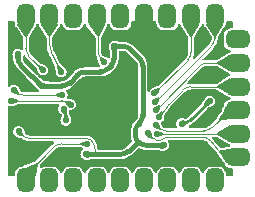
<source format=gbr>
%TF.GenerationSoftware,KiCad,Pcbnew,8.0.0-rc2-74-g5f063dd458*%
%TF.CreationDate,2024-01-29T02:33:14+02:00*%
%TF.ProjectId,SamoMCU,53616d6f-4d43-4552-9e6b-696361645f70,rev?*%
%TF.SameCoordinates,Original*%
%TF.FileFunction,Copper,L2,Bot*%
%TF.FilePolarity,Positive*%
%FSLAX46Y46*%
G04 Gerber Fmt 4.6, Leading zero omitted, Abs format (unit mm)*
G04 Created by KiCad (PCBNEW 8.0.0-rc2-74-g5f063dd458) date 2024-01-29 02:33:14*
%MOMM*%
%LPD*%
G01*
G04 APERTURE LIST*
G04 Aperture macros list*
%AMRoundRect*
0 Rectangle with rounded corners*
0 $1 Rounding radius*
0 $2 $3 $4 $5 $6 $7 $8 $9 X,Y pos of 4 corners*
0 Add a 4 corners polygon primitive as box body*
4,1,4,$2,$3,$4,$5,$6,$7,$8,$9,$2,$3,0*
0 Add four circle primitives for the rounded corners*
1,1,$1+$1,$2,$3*
1,1,$1+$1,$4,$5*
1,1,$1+$1,$6,$7*
1,1,$1+$1,$8,$9*
0 Add four rect primitives between the rounded corners*
20,1,$1+$1,$2,$3,$4,$5,0*
20,1,$1+$1,$4,$5,$6,$7,0*
20,1,$1+$1,$6,$7,$8,$9,0*
20,1,$1+$1,$8,$9,$2,$3,0*%
G04 Aperture macros list end*
%TA.AperFunction,CastellatedPad*%
%ADD10RoundRect,0.500000X-0.500000X-0.250000X0.500000X-0.250000X0.500000X0.250000X-0.500000X0.250000X0*%
%TD*%
%TA.AperFunction,CastellatedPad*%
%ADD11RoundRect,0.500000X-0.250000X0.500000X-0.250000X-0.500000X0.250000X-0.500000X0.250000X0.500000X0*%
%TD*%
%TA.AperFunction,CastellatedPad*%
%ADD12RoundRect,0.500000X0.250000X-0.500000X0.250000X0.500000X-0.250000X0.500000X-0.250000X-0.500000X0*%
%TD*%
%TA.AperFunction,ViaPad*%
%ADD13C,0.550000*%
%TD*%
%TA.AperFunction,Conductor*%
%ADD14C,0.125000*%
%TD*%
%TA.AperFunction,Conductor*%
%ADD15C,0.400000*%
%TD*%
%TA.AperFunction,Conductor*%
%ADD16C,0.250000*%
%TD*%
G04 APERTURE END LIST*
D10*
%TO.P,SWDIO1,1,1*%
%TO.N,/SWDIO*%
X180250000Y-50550000D03*
%TD*%
D11*
%TO.P,AXAK1,1,1*%
%TO.N,/AXAK*%
X172300000Y-54500000D03*
%TD*%
D12*
%TO.P,KUYARAAK1,1,1*%
%TO.N,/KUYARAAK*%
X174300000Y-40600000D03*
%TD*%
D11*
%TO.P,BUSY1,1,1*%
%TO.N,/BUSY*%
X168300000Y-54500000D03*
%TD*%
%TO.P,V_CHK1,1,1*%
%TO.N,/V_CHK*%
X178300000Y-54500000D03*
%TD*%
D12*
%TO.P,VCC1,1,1*%
%TO.N,+3V3*%
X170300000Y-40600000D03*
%TD*%
D10*
%TO.P,SWDCK1,1,1*%
%TO.N,/SWDCK*%
X180250000Y-52550000D03*
%TD*%
D11*
%TO.P,RX1,1,1*%
%TO.N,/RX*%
X166300000Y-54500000D03*
%TD*%
D10*
%TO.P,SDA1,1,1*%
%TO.N,/SDA*%
X180250000Y-44550000D03*
%TD*%
D12*
%TO.P,D/C1,1,1*%
%TO.N,/D{slash}C*%
X168300000Y-40600000D03*
%TD*%
%TO.P,RES2,1,1*%
%TO.N,/RES*%
X178300000Y-40600000D03*
%TD*%
%TO.P,SCK1,1,1*%
%TO.N,/SCK*%
X162300000Y-40600000D03*
%TD*%
D11*
%TO.P,INT1,1,1*%
%TO.N,/INT*%
X174300000Y-54500000D03*
%TD*%
D12*
%TO.P,MOSI1,1,1*%
%TO.N,/MOSI*%
X164300000Y-40600000D03*
%TD*%
D11*
%TO.P,TX1,1,1*%
%TO.N,/TX*%
X164300000Y-54500000D03*
%TD*%
%TO.P,PIITH1,1,1*%
%TO.N,/PIITH*%
X170300000Y-54500000D03*
%TD*%
%TO.P,RES1,1,1*%
%TO.N,/P_GOOD*%
X162300000Y-54500000D03*
%TD*%
%TO.P,YIHTA1,1,1*%
%TO.N,/YIHTA*%
X176300000Y-54500000D03*
%TD*%
D12*
%TO.P,RES_TC1,1,1*%
%TO.N,/RES_TC*%
X176300000Y-40600000D03*
%TD*%
%TO.P,GND1,1,1*%
%TO.N,GND*%
X172300000Y-40600000D03*
%TD*%
D10*
%TO.P,MCU_OK1,1,1*%
%TO.N,/~{MCU_OK}*%
X180250000Y-48550000D03*
%TD*%
D12*
%TO.P,CS1,1,1*%
%TO.N,/CS*%
X166300000Y-40600000D03*
%TD*%
D10*
%TO.P,DATA1,1,1*%
%TO.N,/IN_DT*%
X180250000Y-42550000D03*
%TD*%
%TO.P,SCL1,1,1*%
%TO.N,/SCL*%
X180250000Y-46550000D03*
%TD*%
D13*
%TO.N,+3V3*%
X163700000Y-46500000D03*
X169780000Y-43150000D03*
X161690000Y-50350000D03*
X173980000Y-51520000D03*
X167390000Y-52290000D03*
X161622500Y-43800000D03*
%TO.N,GND*%
X162640000Y-49090000D03*
X173570000Y-44330000D03*
X171093750Y-47318750D03*
X161480000Y-46060000D03*
X163810000Y-49070000D03*
X165430000Y-43450000D03*
X170190000Y-51620000D03*
X162640000Y-48290000D03*
X171500000Y-41960000D03*
X165100000Y-50390000D03*
X168206250Y-49243750D03*
X175110000Y-48130000D03*
X165230000Y-42170000D03*
X163800000Y-48330000D03*
X164340000Y-53000000D03*
X163068164Y-42650892D03*
X161150000Y-43100000D03*
X167570000Y-42010000D03*
X176130000Y-52820000D03*
X178700000Y-47600000D03*
X173910000Y-43040000D03*
X173570000Y-45820000D03*
X161070000Y-48840000D03*
X176190000Y-47750000D03*
X170131250Y-46356250D03*
X171290000Y-53260000D03*
X171820000Y-43100000D03*
X170131250Y-49243750D03*
X161480618Y-49480000D03*
X167810000Y-43140000D03*
X169168750Y-46356250D03*
X176990000Y-43250000D03*
X162310000Y-49760000D03*
X161090000Y-45410000D03*
X178620000Y-45460000D03*
X175740000Y-43370000D03*
X171093750Y-48281250D03*
X170131250Y-47318750D03*
X170131250Y-48281250D03*
X168206251Y-46356252D03*
X165230000Y-52430000D03*
X161590000Y-42470000D03*
X171093750Y-49243750D03*
X174720000Y-43720000D03*
X178700000Y-48510000D03*
X173290000Y-53260000D03*
X171093750Y-46356250D03*
X172300000Y-41880000D03*
X173130000Y-41900000D03*
X177340000Y-52230000D03*
X169168750Y-48281250D03*
X178310000Y-52680000D03*
X163309852Y-41841073D03*
X169400000Y-53040000D03*
X168206250Y-48281250D03*
X169168750Y-47318750D03*
X169168750Y-49243750D03*
X161120000Y-41890000D03*
X178900000Y-51440000D03*
X178630000Y-43660000D03*
X168206250Y-47318750D03*
X166990000Y-50230000D03*
%TO.N,/P_GOOD*%
X167483324Y-51405824D03*
%TO.N,/D{slash}C*%
X168950000Y-44490000D03*
%TO.N,/~{MCU_OK}*%
X173290000Y-49800000D03*
%TO.N,/MOSI*%
X165290000Y-45290000D03*
%TO.N,/RES*%
X173236798Y-47838979D03*
%TO.N,/RES_TC*%
X173199996Y-47100000D03*
%TO.N,/SCK*%
X163750000Y-45150000D03*
%TO.N,/SCL*%
X173577229Y-49129852D03*
%TO.N,/SDA*%
X173310000Y-48510000D03*
%TO.N,/SWDCK*%
X172673816Y-50517891D03*
%TO.N,/SWDIO*%
X173380000Y-50570000D03*
%TO.N,/R_MISO*%
X161090000Y-47750000D03*
X166100000Y-48070000D03*
%TO.N,/RAM_CS*%
X161300000Y-46840000D03*
X165380000Y-47260000D03*
%TO.N,/R_SCK*%
X165500000Y-48430000D03*
X165690000Y-49400000D03*
%TO.N,Net-(U4-V+)*%
X177860000Y-47770000D03*
X175500000Y-49677500D03*
%TD*%
D14*
%TO.N,+3V3*%
X167837107Y-51087107D02*
X167836446Y-51086446D01*
D15*
X168565051Y-45309265D02*
X167334949Y-45309265D01*
X163641471Y-46500000D02*
X163700000Y-46500000D01*
D14*
X161987107Y-50647107D02*
X161690000Y-50350000D01*
D15*
X172210000Y-44824214D02*
X172210000Y-48935786D01*
X169487107Y-44801422D02*
X169272158Y-45016371D01*
X171242893Y-43442893D02*
X171917107Y-44117107D01*
X161622500Y-43800000D02*
X161622500Y-44066815D01*
D14*
X167482893Y-50940000D02*
X162694214Y-50940000D01*
D15*
X161915393Y-44773922D02*
X163641471Y-46500000D01*
X165315786Y-46500000D02*
X163700000Y-46500000D01*
X166627842Y-45602158D02*
X166022893Y-46207107D01*
D14*
X168450000Y-52295000D02*
X168130000Y-52295000D01*
D15*
X171007893Y-52002107D02*
X171805000Y-51205000D01*
X171917107Y-49642893D02*
X171862893Y-49697107D01*
X169780000Y-43150000D02*
X170535786Y-43150000D01*
X168450000Y-52295000D02*
X167395000Y-52295000D01*
X172534214Y-51520000D02*
X173980000Y-51520000D01*
X169780000Y-43150000D02*
X169780000Y-44094316D01*
X167395000Y-52295000D02*
X167390000Y-52290000D01*
D14*
X168130000Y-52295000D02*
X168130000Y-51794214D01*
D15*
X171805000Y-51205000D02*
X171827107Y-51227107D01*
X171716447Y-51116447D02*
X171805000Y-51205000D01*
X168450000Y-52295000D02*
X170300786Y-52295000D01*
X171570000Y-50404214D02*
X171570000Y-50762893D01*
X171570000Y-50404214D02*
G75*
G02*
X171862886Y-49697100I1000000J14D01*
G01*
X169487106Y-44801421D02*
G75*
G03*
X169780010Y-44094316I-707106J707121D01*
G01*
X166627842Y-45602158D02*
G75*
G02*
X167334949Y-45309310I707058J-707142D01*
G01*
D14*
X162694214Y-50940000D02*
G75*
G02*
X161987100Y-50647114I-14J1000000D01*
G01*
D15*
X171827107Y-51227107D02*
G75*
G03*
X172534214Y-51519990I707093J707107D01*
G01*
X171007893Y-52002107D02*
G75*
G02*
X170300786Y-52294990I-707093J707107D01*
G01*
X166022893Y-46207107D02*
G75*
G02*
X165315786Y-46499990I-707093J707107D01*
G01*
D14*
X168130000Y-51794214D02*
G75*
G03*
X167837114Y-51087100I-1000000J14D01*
G01*
X167836446Y-51086446D02*
G75*
G03*
X167482893Y-50940005I-353546J-353554D01*
G01*
D15*
X169272158Y-45016371D02*
G75*
G02*
X168565051Y-45309240I-707058J707071D01*
G01*
X161915394Y-44773921D02*
G75*
G02*
X161622490Y-44066815I707106J707121D01*
G01*
X171716447Y-51116447D02*
G75*
G02*
X171570005Y-50762893I353553J353547D01*
G01*
X172210000Y-48935786D02*
G75*
G02*
X171917114Y-49642900I-1000000J-14D01*
G01*
X170535786Y-43150000D02*
G75*
G02*
X171242900Y-43442886I14J-1000000D01*
G01*
X172210000Y-44824214D02*
G75*
G03*
X171917114Y-44117100I-1000000J14D01*
G01*
D14*
%TO.N,GND*%
X162310000Y-49760000D02*
X161967725Y-49760000D01*
X161614171Y-49613553D02*
X161480618Y-49480000D01*
X161614171Y-49613553D02*
G75*
G03*
X161967725Y-49759982I353529J353553D01*
G01*
%TO.N,/P_GOOD*%
X165333390Y-51405824D02*
X167483324Y-51405824D01*
X162300000Y-54025000D02*
X164626283Y-51698717D01*
X165333390Y-51405824D02*
G75*
G03*
X164626293Y-51698727I10J-999976D01*
G01*
%TO.N,/D{slash}C*%
X168450000Y-43575786D02*
X168450000Y-41225000D01*
X168950000Y-44490000D02*
X168742893Y-44282893D01*
X168742893Y-44282893D02*
G75*
G02*
X168450010Y-43575786I707107J707093D01*
G01*
%TO.N,/~{MCU_OK}*%
X178082893Y-49987107D02*
X179227107Y-48842893D01*
X179934214Y-48550000D02*
X180250000Y-48550000D01*
X174184214Y-50280000D02*
X177375786Y-50280000D01*
X173290000Y-49800000D02*
X173477107Y-49987107D01*
X178082893Y-49987107D02*
G75*
G02*
X177375786Y-50279990I-707093J707107D01*
G01*
X174184214Y-50280000D02*
G75*
G02*
X173477100Y-49987114I-14J1000000D01*
G01*
X179227107Y-48842893D02*
G75*
G02*
X179934214Y-48550010I707093J-707107D01*
G01*
%TO.N,/MOSI*%
X164300000Y-42892474D02*
X164300000Y-41075000D01*
X164524350Y-43812837D02*
X165290000Y-45290000D01*
X164524350Y-43812837D02*
G75*
G02*
X164300012Y-42892474I1775650J920337D01*
G01*
%TO.N,/RES*%
X173281021Y-47838979D02*
X178007107Y-43112893D01*
X178300000Y-42405786D02*
X178300000Y-40600000D01*
X173236798Y-47838979D02*
X173281021Y-47838979D01*
X178300000Y-42405786D02*
G75*
G02*
X178007114Y-43112900I-1000000J-14D01*
G01*
%TO.N,/RES_TC*%
X176300000Y-41075000D02*
X176300000Y-43585782D01*
X176007107Y-44292889D02*
X173199996Y-47100000D01*
X176007107Y-44292889D02*
G75*
G03*
X176299987Y-43585782I-707107J707089D01*
G01*
%TO.N,/SCK*%
X162300000Y-43285786D02*
X162300000Y-41075000D01*
X163750000Y-45147058D02*
X162524865Y-43921923D01*
X163750000Y-45150000D02*
X163750000Y-45147058D01*
X162524865Y-43921923D02*
G75*
G02*
X162299983Y-43285786I799135J640323D01*
G01*
%TO.N,/SCL*%
X176294214Y-46550000D02*
X180250000Y-46550000D01*
X174325960Y-48119433D02*
X173577229Y-49129852D01*
X174422307Y-48007693D02*
X175587107Y-46842893D01*
X174422308Y-48007694D02*
G75*
G03*
X174325958Y-48119432I707192J-707206D01*
G01*
X176294214Y-46550000D02*
G75*
G03*
X175587100Y-46842886I-14J-1000000D01*
G01*
%TO.N,/SDA*%
X177684214Y-44550000D02*
X179775000Y-44550000D01*
X173310000Y-48510000D02*
X176977107Y-44842893D01*
X176977107Y-44842893D02*
G75*
G02*
X177684214Y-44550010I707093J-707107D01*
G01*
%TO.N,/SWDCK*%
X179550000Y-52530000D02*
X180250000Y-52540000D01*
X173602639Y-51032500D02*
X173325540Y-51032511D01*
X177922893Y-51112893D02*
X178930000Y-52300000D01*
X174017106Y-50912585D02*
X173602639Y-51032500D01*
X172673816Y-50517891D02*
X173091498Y-50935573D01*
X178930000Y-52300000D02*
X179550000Y-52530000D01*
X174670236Y-50820000D02*
X177215786Y-50820000D01*
X174670236Y-50820000D02*
G75*
G03*
X174017103Y-50912576I-36J-2350000D01*
G01*
X173325540Y-51032511D02*
G75*
G02*
X173091475Y-50935596I-40J331011D01*
G01*
X177215786Y-50820000D02*
G75*
G02*
X177922900Y-51112886I14J-1000000D01*
G01*
%TO.N,/SWDIO*%
X173520000Y-50570000D02*
X173540000Y-50550000D01*
X173540000Y-50550000D02*
X179775000Y-50550000D01*
X173380000Y-50570000D02*
X173520000Y-50570000D01*
%TO.N,/R_MISO*%
X161090000Y-47750000D02*
X165327433Y-47750000D01*
X165327433Y-47750000D02*
G75*
G02*
X166099985Y-48070015I-33J-1092600D01*
G01*
%TO.N,/RAM_CS*%
X161444873Y-46984873D02*
X161300000Y-46840000D01*
X165362234Y-47277766D02*
X162151980Y-47277766D01*
X165380000Y-47260000D02*
X165362234Y-47277766D01*
X162151980Y-47277766D02*
G75*
G02*
X161444890Y-46984856I20J999966D01*
G01*
%TO.N,/R_SCK*%
X165690000Y-49400000D02*
X165690000Y-48827107D01*
X165543553Y-48473553D02*
X165500000Y-48430000D01*
X165690000Y-48827107D02*
G75*
G03*
X165543556Y-48473550I-500000J7D01*
G01*
D16*
%TO.N,Net-(U4-V+)*%
X176245393Y-49384607D02*
X177860000Y-47770000D01*
X175500000Y-49677500D02*
X175538286Y-49677500D01*
X176245393Y-49384607D02*
G75*
G02*
X175538286Y-49677490I-707093J707107D01*
G01*
%TD*%
%TA.AperFunction,Conductor*%
%TO.N,GND*%
G36*
X170481084Y-43530501D02*
G01*
X170530932Y-43530500D01*
X170540634Y-43530976D01*
X170646948Y-43541446D01*
X170665970Y-43545228D01*
X170763547Y-43574827D01*
X170781463Y-43582249D01*
X170871370Y-43630305D01*
X170887506Y-43641086D01*
X170970011Y-43708794D01*
X170977211Y-43715319D01*
X171644609Y-44382717D01*
X171651133Y-44389916D01*
X171674387Y-44418251D01*
X171701320Y-44451070D01*
X171718902Y-44472493D01*
X171729685Y-44488631D01*
X171777739Y-44578536D01*
X171785165Y-44596465D01*
X171814758Y-44694022D01*
X171818543Y-44713049D01*
X171823903Y-44767474D01*
X171829023Y-44819473D01*
X171829499Y-44829174D01*
X171829499Y-44886888D01*
X171829500Y-44886901D01*
X171829500Y-48875006D01*
X171829499Y-48875024D01*
X171829499Y-48930933D01*
X171829022Y-48940635D01*
X171818553Y-49046946D01*
X171814768Y-49065979D01*
X171785175Y-49163538D01*
X171777751Y-49181462D01*
X171764806Y-49205682D01*
X171729695Y-49271371D01*
X171718912Y-49287508D01*
X171651205Y-49370010D01*
X171644683Y-49377206D01*
X171632529Y-49389360D01*
X171632523Y-49389368D01*
X171632522Y-49389369D01*
X171632520Y-49389371D01*
X171622837Y-49399053D01*
X171622808Y-49399068D01*
X171529850Y-49492029D01*
X171419681Y-49635607D01*
X171329205Y-49792322D01*
X171329204Y-49792323D01*
X171259954Y-49959513D01*
X171213118Y-50134309D01*
X171213116Y-50134320D01*
X171189499Y-50313734D01*
X171189499Y-50313738D01*
X171189500Y-50360256D01*
X171189500Y-50819857D01*
X171189504Y-50819914D01*
X171189504Y-50832185D01*
X171189504Y-50832188D01*
X171189503Y-50832188D01*
X171211182Y-50969071D01*
X171254007Y-51100880D01*
X171254009Y-51100884D01*
X171260616Y-51113852D01*
X171260845Y-51114300D01*
X171270417Y-51174732D01*
X171242640Y-51229249D01*
X170777526Y-51694365D01*
X170777525Y-51694367D01*
X170742281Y-51729610D01*
X170735083Y-51736133D01*
X170652506Y-51803902D01*
X170636368Y-51814685D01*
X170546463Y-51862739D01*
X170528532Y-51870166D01*
X170430974Y-51899758D01*
X170411940Y-51903543D01*
X170305527Y-51914022D01*
X170295825Y-51914499D01*
X170238111Y-51914499D01*
X170238099Y-51914500D01*
X168472000Y-51914500D01*
X168413809Y-51895593D01*
X168377845Y-51846093D01*
X168373000Y-51815500D01*
X168373000Y-51735320D01*
X168372990Y-51735229D01*
X168372992Y-51696391D01*
X168358115Y-51602451D01*
X168342389Y-51503151D01*
X168321213Y-51437977D01*
X168281930Y-51317071D01*
X168193108Y-51142743D01*
X168177035Y-51120620D01*
X168078109Y-50984457D01*
X168052493Y-50958840D01*
X168052489Y-50958833D01*
X168041408Y-50947753D01*
X168041401Y-50947740D01*
X167956533Y-50862874D01*
X167956528Y-50862869D01*
X167910605Y-50832185D01*
X167834838Y-50781560D01*
X167834828Y-50781555D01*
X167699623Y-50725552D01*
X167699617Y-50725550D01*
X167699616Y-50725550D01*
X167556069Y-50696999D01*
X167482890Y-50697000D01*
X162745043Y-50697000D01*
X162745031Y-50696999D01*
X162699069Y-50696999D01*
X162689367Y-50696522D01*
X162556229Y-50683411D01*
X162537200Y-50679627D01*
X162413841Y-50642208D01*
X162395920Y-50634785D01*
X162286084Y-50576078D01*
X162243676Y-50531973D01*
X162239470Y-50521928D01*
X162195899Y-50399364D01*
X162122963Y-50194195D01*
X162121459Y-50190115D01*
X162121258Y-50189589D01*
X162112335Y-50175781D01*
X162105432Y-50163175D01*
X162077132Y-50101207D01*
X162077131Y-50101206D01*
X162044086Y-50063070D01*
X161991356Y-50002216D01*
X161955808Y-49979371D01*
X161881171Y-49931404D01*
X161881168Y-49931403D01*
X161881167Y-49931402D01*
X161814923Y-49911951D01*
X161755492Y-49894500D01*
X161755491Y-49894500D01*
X161624509Y-49894500D01*
X161624507Y-49894500D01*
X161498833Y-49931402D01*
X161498828Y-49931404D01*
X161388648Y-50002213D01*
X161388643Y-50002217D01*
X161302869Y-50101205D01*
X161248456Y-50220351D01*
X161229816Y-50349997D01*
X161229816Y-50350002D01*
X161248456Y-50479648D01*
X161280311Y-50549399D01*
X161302869Y-50598794D01*
X161388644Y-50697784D01*
X161489964Y-50762898D01*
X161498833Y-50768598D01*
X161498835Y-50768599D01*
X161506399Y-50770820D01*
X161527091Y-50780032D01*
X161527096Y-50780023D01*
X161527370Y-50780156D01*
X161530441Y-50781524D01*
X161530826Y-50781761D01*
X161531470Y-50782158D01*
X161756160Y-50865675D01*
X161942875Y-50935077D01*
X161966572Y-50947781D01*
X162042734Y-51003115D01*
X162179774Y-51072938D01*
X162217067Y-51091939D01*
X162403146Y-51152397D01*
X162596391Y-51183002D01*
X162694217Y-51183000D01*
X162737065Y-51183000D01*
X164597045Y-51183000D01*
X164655236Y-51201907D01*
X164691200Y-51251407D01*
X164691200Y-51312593D01*
X164655238Y-51362091D01*
X164523627Y-51457716D01*
X164523622Y-51457720D01*
X164461936Y-51519409D01*
X164461935Y-51519411D01*
X163174143Y-52807201D01*
X163143855Y-52827881D01*
X162040316Y-53311184D01*
X162000600Y-53319500D01*
X161994997Y-53319500D01*
X161926437Y-53325730D01*
X161768662Y-53374894D01*
X161627243Y-53460384D01*
X161510384Y-53577243D01*
X161424894Y-53718662D01*
X161375730Y-53876437D01*
X161369500Y-53944997D01*
X161369500Y-53990500D01*
X161350593Y-54048691D01*
X161301093Y-54084655D01*
X161270500Y-54089500D01*
X160859500Y-54089500D01*
X160801309Y-54070593D01*
X160765345Y-54021093D01*
X160760500Y-53990500D01*
X160760500Y-48259470D01*
X160779407Y-48201279D01*
X160828907Y-48165315D01*
X160890093Y-48165315D01*
X160897568Y-48168226D01*
X160898831Y-48168596D01*
X160898833Y-48168598D01*
X161024509Y-48205500D01*
X161024510Y-48205500D01*
X161155490Y-48205500D01*
X161155491Y-48205500D01*
X161267626Y-48172573D01*
X161274836Y-48170748D01*
X161279479Y-48169758D01*
X161671112Y-48001074D01*
X161710275Y-47993000D01*
X165059171Y-47993000D01*
X165117362Y-48011907D01*
X165153326Y-48061407D01*
X165153326Y-48122593D01*
X165133991Y-48156829D01*
X165121256Y-48171527D01*
X165112868Y-48181207D01*
X165058456Y-48300351D01*
X165039816Y-48429997D01*
X165039816Y-48430002D01*
X165058456Y-48559648D01*
X165112869Y-48678794D01*
X165169200Y-48743804D01*
X165175493Y-48751874D01*
X165185840Y-48766660D01*
X165185843Y-48766664D01*
X165298974Y-48875024D01*
X165331301Y-48905987D01*
X165360246Y-48959893D01*
X165353746Y-49016644D01*
X165270192Y-49210635D01*
X165267824Y-49222022D01*
X165260954Y-49242984D01*
X165248457Y-49270350D01*
X165248455Y-49270356D01*
X165229816Y-49399997D01*
X165229816Y-49400002D01*
X165248456Y-49529648D01*
X165285037Y-49609747D01*
X165302869Y-49648794D01*
X165388644Y-49747784D01*
X165425866Y-49771705D01*
X165498655Y-49818484D01*
X165498833Y-49818598D01*
X165624509Y-49855500D01*
X165624510Y-49855500D01*
X165755490Y-49855500D01*
X165755491Y-49855500D01*
X165881167Y-49818598D01*
X165991356Y-49747784D01*
X166077131Y-49648794D01*
X166131543Y-49529649D01*
X166150184Y-49400000D01*
X166148655Y-49389369D01*
X166131543Y-49270352D01*
X166131543Y-49270351D01*
X166119120Y-49243150D01*
X166112358Y-49222701D01*
X166109758Y-49210520D01*
X165952067Y-48844410D01*
X165944092Y-48800822D01*
X165945621Y-48766664D01*
X165952180Y-48620073D01*
X165973670Y-48562787D01*
X166024728Y-48529072D01*
X166051081Y-48525500D01*
X166165490Y-48525500D01*
X166165491Y-48525500D01*
X166291167Y-48488598D01*
X166401356Y-48417784D01*
X166487131Y-48318794D01*
X166541543Y-48199649D01*
X166560184Y-48070000D01*
X166558948Y-48061407D01*
X166541543Y-47940351D01*
X166495286Y-47839063D01*
X166487131Y-47821206D01*
X166401356Y-47722216D01*
X166371372Y-47702946D01*
X166291171Y-47651404D01*
X166291168Y-47651403D01*
X166291167Y-47651402D01*
X166203740Y-47625731D01*
X166165492Y-47614500D01*
X166165491Y-47614500D01*
X166145905Y-47614500D01*
X166120888Y-47610244D01*
X166120690Y-47611061D01*
X166115959Y-47609909D01*
X165876178Y-47575976D01*
X165821211Y-47549102D01*
X165792538Y-47495051D01*
X165799996Y-47436829D01*
X165821543Y-47389649D01*
X165821543Y-47389647D01*
X165821544Y-47389646D01*
X165840184Y-47260002D01*
X165840184Y-47259997D01*
X165821543Y-47130351D01*
X165793092Y-47068052D01*
X165767131Y-47011206D01*
X165727006Y-46964899D01*
X165703188Y-46908540D01*
X165717046Y-46848945D01*
X165763287Y-46808877D01*
X165763637Y-46808730D01*
X165927671Y-46740787D01*
X166084392Y-46650307D01*
X166227963Y-46540144D01*
X166242595Y-46525510D01*
X166242601Y-46525507D01*
X166302494Y-46465614D01*
X166302498Y-46465610D01*
X166330629Y-46437480D01*
X166330629Y-46437479D01*
X166338771Y-46429338D01*
X166338778Y-46429328D01*
X166893453Y-45874654D01*
X166900636Y-45868145D01*
X166983224Y-45800375D01*
X166999350Y-45789601D01*
X167089270Y-45741544D01*
X167107185Y-45734125D01*
X167204753Y-45704534D01*
X167223769Y-45700752D01*
X167330559Y-45690240D01*
X167340242Y-45689765D01*
X167389638Y-45689768D01*
X167389642Y-45689766D01*
X167396839Y-45689767D01*
X167396880Y-45689765D01*
X168621528Y-45689765D01*
X168621865Y-45689742D01*
X168655516Y-45689744D01*
X168834935Y-45666131D01*
X169009738Y-45619299D01*
X169176931Y-45550051D01*
X169333655Y-45459571D01*
X169477227Y-45349408D01*
X169494432Y-45332203D01*
X169494436Y-45332200D01*
X169505788Y-45320847D01*
X169505790Y-45320847D01*
X169541210Y-45285427D01*
X169541210Y-45285428D01*
X169579894Y-45246744D01*
X169579894Y-45246742D01*
X169588044Y-45238593D01*
X169588045Y-45238590D01*
X169791583Y-45035054D01*
X169791584Y-45035051D01*
X169796580Y-45030056D01*
X169796681Y-45029940D01*
X169820132Y-45006491D01*
X169930297Y-44862924D01*
X170020781Y-44706206D01*
X170090036Y-44539017D01*
X170136875Y-44364220D01*
X170160498Y-44184804D01*
X170160498Y-44155945D01*
X170160500Y-44155928D01*
X170160500Y-44055608D01*
X170160501Y-44039614D01*
X170160500Y-44039610D01*
X170160500Y-43745102D01*
X170164732Y-43719842D01*
X170164052Y-43719680D01*
X170165179Y-43714944D01*
X170170815Y-43673609D01*
X170176584Y-43631298D01*
X170203179Y-43576197D01*
X170257084Y-43547251D01*
X170261256Y-43546590D01*
X170344945Y-43535178D01*
X170345968Y-43534863D01*
X170347233Y-43534673D01*
X170348876Y-43534312D01*
X170348900Y-43534423D01*
X170375035Y-43530500D01*
X170481081Y-43530500D01*
X170481084Y-43530501D01*
G37*
%TD.AperFunction*%
%TA.AperFunction,Conductor*%
G36*
X177172942Y-51063001D02*
G01*
X177210930Y-51063000D01*
X177220632Y-51063477D01*
X177240597Y-51065443D01*
X177353773Y-51076588D01*
X177372791Y-51080370D01*
X177496164Y-51117793D01*
X177514074Y-51125212D01*
X177627762Y-51185977D01*
X177643898Y-51196759D01*
X177740609Y-51276127D01*
X177753297Y-51288609D01*
X178455145Y-52115897D01*
X178470390Y-52140350D01*
X178471740Y-52143444D01*
X178878838Y-52728635D01*
X179127670Y-53086323D01*
X179131123Y-53091642D01*
X179185841Y-53182156D01*
X179210387Y-53222760D01*
X179327240Y-53339613D01*
X179468663Y-53425106D01*
X179626436Y-53474269D01*
X179695002Y-53480500D01*
X179740500Y-53480500D01*
X179798691Y-53499407D01*
X179834655Y-53548907D01*
X179839500Y-53579500D01*
X179839500Y-53990500D01*
X179820593Y-54048691D01*
X179771093Y-54084655D01*
X179740500Y-54089500D01*
X179329500Y-54089500D01*
X179271309Y-54070593D01*
X179235345Y-54021093D01*
X179230500Y-53990500D01*
X179230500Y-53945006D01*
X179230500Y-53945002D01*
X179224269Y-53876436D01*
X179175106Y-53718663D01*
X179089613Y-53577240D01*
X178972760Y-53460387D01*
X178972757Y-53460385D01*
X178972756Y-53460384D01*
X178831337Y-53374894D01*
X178673562Y-53325730D01*
X178605002Y-53319500D01*
X178604998Y-53319500D01*
X177995002Y-53319500D01*
X177994997Y-53319500D01*
X177926437Y-53325730D01*
X177768662Y-53374894D01*
X177627243Y-53460384D01*
X177510384Y-53577243D01*
X177424894Y-53718662D01*
X177394518Y-53816146D01*
X177359155Y-53866077D01*
X177301197Y-53885687D01*
X177242782Y-53867484D01*
X177206222Y-53818423D01*
X177205482Y-53816146D01*
X177175106Y-53718663D01*
X177089613Y-53577240D01*
X176972760Y-53460387D01*
X176972757Y-53460385D01*
X176972756Y-53460384D01*
X176831337Y-53374894D01*
X176673562Y-53325730D01*
X176605002Y-53319500D01*
X176604998Y-53319500D01*
X175995002Y-53319500D01*
X175994997Y-53319500D01*
X175926437Y-53325730D01*
X175768662Y-53374894D01*
X175627243Y-53460384D01*
X175510384Y-53577243D01*
X175424894Y-53718662D01*
X175394518Y-53816146D01*
X175359155Y-53866077D01*
X175301197Y-53885687D01*
X175242782Y-53867484D01*
X175206222Y-53818423D01*
X175205482Y-53816146D01*
X175175106Y-53718663D01*
X175089613Y-53577240D01*
X174972760Y-53460387D01*
X174972757Y-53460385D01*
X174972756Y-53460384D01*
X174831337Y-53374894D01*
X174673562Y-53325730D01*
X174605002Y-53319500D01*
X174604998Y-53319500D01*
X173995002Y-53319500D01*
X173994997Y-53319500D01*
X173926437Y-53325730D01*
X173768662Y-53374894D01*
X173627243Y-53460384D01*
X173510384Y-53577243D01*
X173424894Y-53718662D01*
X173394518Y-53816146D01*
X173359155Y-53866077D01*
X173301197Y-53885687D01*
X173242782Y-53867484D01*
X173206222Y-53818423D01*
X173205482Y-53816146D01*
X173175106Y-53718663D01*
X173089613Y-53577240D01*
X172972760Y-53460387D01*
X172972757Y-53460385D01*
X172972756Y-53460384D01*
X172831337Y-53374894D01*
X172673562Y-53325730D01*
X172605002Y-53319500D01*
X172604998Y-53319500D01*
X171995002Y-53319500D01*
X171994997Y-53319500D01*
X171926437Y-53325730D01*
X171768662Y-53374894D01*
X171627243Y-53460384D01*
X171510384Y-53577243D01*
X171424894Y-53718662D01*
X171394518Y-53816146D01*
X171359155Y-53866077D01*
X171301197Y-53885687D01*
X171242782Y-53867484D01*
X171206222Y-53818423D01*
X171205482Y-53816146D01*
X171175106Y-53718663D01*
X171089613Y-53577240D01*
X170972760Y-53460387D01*
X170972757Y-53460385D01*
X170972756Y-53460384D01*
X170831337Y-53374894D01*
X170673562Y-53325730D01*
X170605002Y-53319500D01*
X170604998Y-53319500D01*
X169995002Y-53319500D01*
X169994997Y-53319500D01*
X169926437Y-53325730D01*
X169768662Y-53374894D01*
X169627243Y-53460384D01*
X169510384Y-53577243D01*
X169424894Y-53718662D01*
X169394518Y-53816146D01*
X169359155Y-53866077D01*
X169301197Y-53885687D01*
X169242782Y-53867484D01*
X169206222Y-53818423D01*
X169205482Y-53816146D01*
X169175106Y-53718663D01*
X169089613Y-53577240D01*
X168972760Y-53460387D01*
X168972757Y-53460385D01*
X168972756Y-53460384D01*
X168831337Y-53374894D01*
X168673562Y-53325730D01*
X168605002Y-53319500D01*
X168604998Y-53319500D01*
X167995002Y-53319500D01*
X167994997Y-53319500D01*
X167926437Y-53325730D01*
X167768662Y-53374894D01*
X167627243Y-53460384D01*
X167510384Y-53577243D01*
X167424894Y-53718662D01*
X167394518Y-53816146D01*
X167359155Y-53866077D01*
X167301197Y-53885687D01*
X167242782Y-53867484D01*
X167206222Y-53818423D01*
X167205482Y-53816146D01*
X167175106Y-53718663D01*
X167089613Y-53577240D01*
X166972760Y-53460387D01*
X166972757Y-53460385D01*
X166972756Y-53460384D01*
X166831337Y-53374894D01*
X166673562Y-53325730D01*
X166605002Y-53319500D01*
X166604998Y-53319500D01*
X165995002Y-53319500D01*
X165994997Y-53319500D01*
X165926437Y-53325730D01*
X165768662Y-53374894D01*
X165627243Y-53460384D01*
X165510384Y-53577243D01*
X165424894Y-53718662D01*
X165394518Y-53816146D01*
X165359155Y-53866077D01*
X165301197Y-53885687D01*
X165242782Y-53867484D01*
X165206222Y-53818423D01*
X165205482Y-53816146D01*
X165175106Y-53718663D01*
X165089613Y-53577240D01*
X164972760Y-53460387D01*
X164972757Y-53460385D01*
X164972756Y-53460384D01*
X164831337Y-53374894D01*
X164673562Y-53325730D01*
X164605002Y-53319500D01*
X164604998Y-53319500D01*
X163995002Y-53319500D01*
X163994997Y-53319500D01*
X163926437Y-53325730D01*
X163768666Y-53374893D01*
X163768663Y-53374894D01*
X163645875Y-53449122D01*
X163629609Y-53458955D01*
X163570029Y-53472878D01*
X163513644Y-53449122D01*
X163481990Y-53396760D01*
X163480903Y-53357010D01*
X163483976Y-53339615D01*
X163511792Y-53182154D01*
X163539276Y-53129376D01*
X164758299Y-51910353D01*
X164758311Y-51910345D01*
X164767815Y-51900839D01*
X164767817Y-51900839D01*
X164794682Y-51873972D01*
X164801854Y-51867469D01*
X164905298Y-51782572D01*
X164921413Y-51771803D01*
X165035111Y-51711028D01*
X165053023Y-51703608D01*
X165176390Y-51666183D01*
X165195407Y-51662401D01*
X165320148Y-51650114D01*
X165328408Y-51649301D01*
X165338112Y-51648824D01*
X165376240Y-51648824D01*
X166863049Y-51648824D01*
X166902211Y-51656899D01*
X166989202Y-51694367D01*
X167108748Y-51745857D01*
X167154713Y-51786241D01*
X167168162Y-51845930D01*
X167143959Y-51902125D01*
X167123110Y-51920066D01*
X167088645Y-51942215D01*
X167088643Y-51942217D01*
X167002869Y-52041205D01*
X166948456Y-52160351D01*
X166929816Y-52289997D01*
X166929816Y-52290002D01*
X166948456Y-52419648D01*
X166960176Y-52445310D01*
X167002869Y-52538794D01*
X167088644Y-52637784D01*
X167198833Y-52708598D01*
X167324509Y-52745500D01*
X167396799Y-52745500D01*
X167403678Y-52745739D01*
X167426592Y-52747335D01*
X167426592Y-52747334D01*
X167426593Y-52747335D01*
X167434750Y-52746295D01*
X167447271Y-52745500D01*
X167455488Y-52745500D01*
X167455491Y-52745500D01*
X167459068Y-52744449D01*
X167474431Y-52741234D01*
X167952247Y-52680313D01*
X167954372Y-52679675D01*
X167982820Y-52675500D01*
X170357711Y-52675500D01*
X170357849Y-52675490D01*
X170391263Y-52675491D01*
X170570680Y-52651873D01*
X170745480Y-52605038D01*
X170912671Y-52535787D01*
X171069392Y-52445307D01*
X171212963Y-52335144D01*
X171227595Y-52320510D01*
X171227601Y-52320507D01*
X171287303Y-52260805D01*
X171287307Y-52260801D01*
X171315629Y-52232480D01*
X171315629Y-52232479D01*
X171323771Y-52224338D01*
X171323778Y-52224328D01*
X171783015Y-51765091D01*
X171837530Y-51737316D01*
X171897962Y-51746887D01*
X171902515Y-51749359D01*
X171922325Y-51760796D01*
X172089517Y-51830047D01*
X172210625Y-51862496D01*
X172264309Y-51876881D01*
X172264313Y-51876881D01*
X172264318Y-51876883D01*
X172443736Y-51900501D01*
X172534219Y-51900500D01*
X173384902Y-51900500D01*
X173410167Y-51904731D01*
X173410329Y-51904052D01*
X173415046Y-51905175D01*
X173415055Y-51905178D01*
X173893051Y-51970359D01*
X173907568Y-51973461D01*
X173914509Y-51975500D01*
X173924029Y-51975500D01*
X173937404Y-51976407D01*
X173941703Y-51976994D01*
X173941705Y-51976994D01*
X173941711Y-51976995D01*
X173946740Y-51977512D01*
X173953893Y-51978248D01*
X173955431Y-51978355D01*
X173956868Y-51978447D01*
X173957230Y-51978471D01*
X173957230Y-51978470D01*
X173957232Y-51978471D01*
X173964036Y-51977340D01*
X173967054Y-51976839D01*
X173983282Y-51975500D01*
X174045490Y-51975500D01*
X174045491Y-51975500D01*
X174171167Y-51938598D01*
X174281356Y-51867784D01*
X174367131Y-51768794D01*
X174421543Y-51649649D01*
X174440184Y-51520000D01*
X174440099Y-51519411D01*
X174421543Y-51390351D01*
X174399787Y-51342712D01*
X174367131Y-51271206D01*
X174344179Y-51244718D01*
X174320362Y-51188360D01*
X174334220Y-51128765D01*
X174380461Y-51088697D01*
X174405102Y-51081869D01*
X174468114Y-51072938D01*
X174477360Y-51072067D01*
X174668124Y-51063108D01*
X174672766Y-51063000D01*
X174713080Y-51063001D01*
X174713083Y-51063000D01*
X177172939Y-51063000D01*
X177172942Y-51063001D01*
G37*
%TD.AperFunction*%
%TA.AperFunction,Conductor*%
G36*
X178463305Y-50807613D02*
G01*
X179312060Y-51328286D01*
X179322223Y-51336301D01*
X179322524Y-51335918D01*
X179327235Y-51339608D01*
X179327240Y-51339613D01*
X179468663Y-51425106D01*
X179491810Y-51432318D01*
X179500786Y-51435652D01*
X179501512Y-51435907D01*
X179501525Y-51435913D01*
X179507806Y-51437639D01*
X179507810Y-51437639D01*
X179510511Y-51438382D01*
X179510508Y-51438392D01*
X179515552Y-51439716D01*
X179550856Y-51450717D01*
X179600786Y-51486078D01*
X179620396Y-51544036D01*
X179602194Y-51602451D01*
X179553133Y-51639012D01*
X179535387Y-51643241D01*
X178836726Y-51742925D01*
X178776448Y-51732427D01*
X178747249Y-51708964D01*
X178736582Y-51696391D01*
X178248115Y-51120620D01*
X178137929Y-50990740D01*
X178130034Y-50978420D01*
X178129984Y-50978456D01*
X178125018Y-50971366D01*
X178125017Y-50971362D01*
X178115659Y-50962004D01*
X178087880Y-50907490D01*
X178097450Y-50847058D01*
X178140713Y-50803792D01*
X178185661Y-50793000D01*
X178411538Y-50793000D01*
X178463305Y-50807613D01*
G37*
%TD.AperFunction*%
%TA.AperFunction,Conductor*%
G36*
X178463305Y-46807613D02*
G01*
X179312060Y-47328286D01*
X179322223Y-47336301D01*
X179322524Y-47335918D01*
X179327235Y-47339608D01*
X179327240Y-47339613D01*
X179468663Y-47425106D01*
X179491810Y-47432318D01*
X179500786Y-47435652D01*
X179501512Y-47435907D01*
X179501525Y-47435913D01*
X179507806Y-47437639D01*
X179507810Y-47437639D01*
X179510511Y-47438382D01*
X179510508Y-47438391D01*
X179515546Y-47439714D01*
X179566148Y-47455482D01*
X179616077Y-47490844D01*
X179635687Y-47548802D01*
X179617485Y-47607217D01*
X179568423Y-47643777D01*
X179566147Y-47644516D01*
X179468666Y-47674892D01*
X179468664Y-47674893D01*
X179327243Y-47760384D01*
X179210384Y-47877243D01*
X179124893Y-48018664D01*
X179124891Y-48018668D01*
X179075855Y-48176034D01*
X179068330Y-48193841D01*
X178942548Y-48425374D01*
X178942546Y-48425378D01*
X178929903Y-48454270D01*
X178929894Y-48454293D01*
X178928629Y-48458018D01*
X178921057Y-48488666D01*
X178909478Y-48561777D01*
X178899907Y-48591235D01*
X178883224Y-48623977D01*
X178865018Y-48649036D01*
X178821185Y-48692869D01*
X178808843Y-48703339D01*
X178799880Y-48709761D01*
X178799878Y-48709762D01*
X178794923Y-48714587D01*
X178794906Y-48714606D01*
X178761332Y-48758941D01*
X178523066Y-49197522D01*
X178506078Y-49220266D01*
X177914509Y-49811836D01*
X177907309Y-49818361D01*
X177803890Y-49903233D01*
X177787754Y-49914015D01*
X177674076Y-49974776D01*
X177656145Y-49982202D01*
X177532802Y-50019616D01*
X177513767Y-50023402D01*
X177380528Y-50036522D01*
X177370826Y-50036999D01*
X177324969Y-50036999D01*
X177324957Y-50037000D01*
X176174034Y-50037000D01*
X176115843Y-50018093D01*
X176079879Y-49968593D01*
X176079879Y-49907407D01*
X176115843Y-49857907D01*
X176125492Y-49851718D01*
X176150041Y-49837906D01*
X176176830Y-49822835D01*
X176183014Y-49819196D01*
X176183777Y-49818727D01*
X176184036Y-49818477D01*
X176184817Y-49817921D01*
X176187995Y-49815461D01*
X176188093Y-49815587D01*
X176207762Y-49801578D01*
X176222514Y-49794063D01*
X176388759Y-49673281D01*
X176432972Y-49629069D01*
X176432974Y-49629068D01*
X176477431Y-49584611D01*
X176495627Y-49566416D01*
X176495627Y-49566414D01*
X176503772Y-49558270D01*
X176503774Y-49558266D01*
X177646337Y-48415703D01*
X177668609Y-48398976D01*
X178045505Y-48191626D01*
X178045509Y-48191622D01*
X178046999Y-48190803D01*
X178050375Y-48189107D01*
X178054022Y-48186763D01*
X178161356Y-48117784D01*
X178247131Y-48018794D01*
X178301543Y-47899649D01*
X178320184Y-47770000D01*
X178319223Y-47763317D01*
X178301543Y-47640351D01*
X178289737Y-47614500D01*
X178247131Y-47521206D01*
X178161356Y-47422216D01*
X178110676Y-47389646D01*
X178051171Y-47351404D01*
X178051168Y-47351403D01*
X178051167Y-47351402D01*
X177972442Y-47328286D01*
X177925492Y-47314500D01*
X177925491Y-47314500D01*
X177794509Y-47314500D01*
X177794507Y-47314500D01*
X177668833Y-47351402D01*
X177668828Y-47351404D01*
X177558648Y-47422213D01*
X177558643Y-47422217D01*
X177472869Y-47521204D01*
X177472868Y-47521206D01*
X177456216Y-47557669D01*
X177441925Y-47580268D01*
X177438373Y-47584489D01*
X177231024Y-47961384D01*
X177214288Y-47983668D01*
X176032816Y-49165141D01*
X176025617Y-49171665D01*
X175953088Y-49231188D01*
X175896111Y-49253488D01*
X175880687Y-49253194D01*
X175577341Y-49223652D01*
X175572538Y-49222724D01*
X175572498Y-49223007D01*
X175565491Y-49222000D01*
X175565490Y-49222000D01*
X175565178Y-49222000D01*
X175555583Y-49221534D01*
X175530769Y-49219117D01*
X175523566Y-49218590D01*
X175521906Y-49218469D01*
X175520808Y-49218415D01*
X175520807Y-49218415D01*
X175508287Y-49220568D01*
X175491511Y-49222000D01*
X175434507Y-49222000D01*
X175308833Y-49258902D01*
X175308828Y-49258904D01*
X175198648Y-49329713D01*
X175198643Y-49329717D01*
X175112869Y-49428705D01*
X175058456Y-49547851D01*
X175039816Y-49677497D01*
X175039816Y-49677502D01*
X175058456Y-49807148D01*
X175099433Y-49896873D01*
X175106408Y-49957660D01*
X175076322Y-50010937D01*
X175020666Y-50036355D01*
X175009380Y-50037000D01*
X174235043Y-50037000D01*
X174235031Y-50036999D01*
X174189069Y-50036999D01*
X174179367Y-50036522D01*
X174046229Y-50023411D01*
X174027200Y-50019627D01*
X173923027Y-49988028D01*
X173872833Y-49953045D01*
X173862180Y-49935423D01*
X173737613Y-49670450D01*
X173729968Y-49609747D01*
X173759465Y-49556141D01*
X173773670Y-49545060D01*
X173878585Y-49477636D01*
X173964360Y-49378646D01*
X174018772Y-49259501D01*
X174022073Y-49236534D01*
X174023758Y-49227699D01*
X174121831Y-48816416D01*
X174138586Y-48780445D01*
X174520474Y-48265085D01*
X174521916Y-48263190D01*
X174542613Y-48236652D01*
X174545687Y-48232902D01*
X174566853Y-48208355D01*
X174570124Y-48204747D01*
X174593398Y-48180298D01*
X174595061Y-48178592D01*
X174624431Y-48149224D01*
X174624431Y-48149223D01*
X174638350Y-48135305D01*
X174638353Y-48135299D01*
X175755500Y-47018153D01*
X175762681Y-47011646D01*
X175866111Y-46926764D01*
X175882238Y-46915988D01*
X175995936Y-46855217D01*
X176013845Y-46847800D01*
X176137201Y-46810382D01*
X176156227Y-46806597D01*
X176240983Y-46798251D01*
X176289471Y-46793477D01*
X176299172Y-46793000D01*
X176337058Y-46793001D01*
X176337061Y-46793000D01*
X178411538Y-46793000D01*
X178463305Y-46807613D01*
G37*
%TD.AperFunction*%
%TA.AperFunction,Conductor*%
G36*
X161328691Y-41029407D02*
G01*
X161364655Y-41078907D01*
X161369500Y-41109500D01*
X161369500Y-41155002D01*
X161375730Y-41223562D01*
X161424894Y-41381337D01*
X161510384Y-41522756D01*
X161514082Y-41527476D01*
X161513698Y-41527776D01*
X161521711Y-41537936D01*
X162039567Y-42382098D01*
X162042387Y-42386694D01*
X162057000Y-42438462D01*
X162057000Y-43234475D01*
X162056797Y-43236850D01*
X162056833Y-43245649D01*
X162056805Y-43245735D01*
X162056999Y-43289976D01*
X162057000Y-43290409D01*
X162057000Y-43342263D01*
X162057238Y-43344629D01*
X162057289Y-43356229D01*
X162038638Y-43414502D01*
X161989296Y-43450683D01*
X161928112Y-43450952D01*
X161904767Y-43439948D01*
X161813671Y-43381404D01*
X161813668Y-43381403D01*
X161813667Y-43381402D01*
X161727936Y-43356229D01*
X161687992Y-43344500D01*
X161687991Y-43344500D01*
X161557009Y-43344500D01*
X161557007Y-43344500D01*
X161431333Y-43381402D01*
X161431328Y-43381404D01*
X161321148Y-43452213D01*
X161321143Y-43452217D01*
X161235369Y-43551205D01*
X161180956Y-43670351D01*
X161162316Y-43799997D01*
X161162316Y-43800002D01*
X161180956Y-43929648D01*
X161181846Y-43931597D01*
X161188874Y-43953331D01*
X161259509Y-44307000D01*
X161280023Y-44409715D01*
X161292077Y-44438773D01*
X161296254Y-44451066D01*
X161312455Y-44511520D01*
X161381709Y-44678709D01*
X161455547Y-44806597D01*
X161472195Y-44835431D01*
X161582355Y-44978991D01*
X161582357Y-44978993D01*
X161582361Y-44978998D01*
X161610916Y-45007552D01*
X161610917Y-45007554D01*
X162304114Y-45700751D01*
X162994891Y-46391528D01*
X163010449Y-46411731D01*
X163014466Y-46418633D01*
X163358313Y-46807971D01*
X163361966Y-46811985D01*
X163362017Y-46812039D01*
X163362023Y-46812046D01*
X163362490Y-46812544D01*
X163366384Y-46815248D01*
X163384732Y-46831728D01*
X163398644Y-46847784D01*
X163405955Y-46852482D01*
X163444685Y-46899847D01*
X163448179Y-46960933D01*
X163415100Y-47012405D01*
X163358084Y-47034604D01*
X163352431Y-47034766D01*
X162156849Y-47034766D01*
X162147144Y-47034289D01*
X162125703Y-47032176D01*
X162014005Y-47021172D01*
X161994971Y-47017385D01*
X161926785Y-46996699D01*
X161876590Y-46961713D01*
X161866951Y-46946184D01*
X161818405Y-46848945D01*
X161724891Y-46661635D01*
X161716793Y-46650785D01*
X161706082Y-46632704D01*
X161687131Y-46591206D01*
X161687130Y-46591205D01*
X161687130Y-46591204D01*
X161630207Y-46525512D01*
X161601356Y-46492216D01*
X161571372Y-46472946D01*
X161491171Y-46421404D01*
X161491168Y-46421403D01*
X161491167Y-46421402D01*
X161428329Y-46402951D01*
X161365492Y-46384500D01*
X161365491Y-46384500D01*
X161234509Y-46384500D01*
X161234507Y-46384500D01*
X161108833Y-46421402D01*
X161108828Y-46421404D01*
X160998648Y-46492213D01*
X160998643Y-46492217D01*
X160934319Y-46566451D01*
X160881923Y-46598047D01*
X160820962Y-46592811D01*
X160774721Y-46552743D01*
X160760500Y-46501620D01*
X160760500Y-41109500D01*
X160779407Y-41051309D01*
X160828907Y-41015345D01*
X160859500Y-41010500D01*
X161270500Y-41010500D01*
X161328691Y-41029407D01*
G37*
%TD.AperFunction*%
%TA.AperFunction,Conductor*%
G36*
X173328691Y-41029407D02*
G01*
X173364655Y-41078907D01*
X173369500Y-41109500D01*
X173369500Y-41155002D01*
X173375730Y-41223562D01*
X173424894Y-41381337D01*
X173510384Y-41522756D01*
X173510385Y-41522757D01*
X173510387Y-41522760D01*
X173627240Y-41639613D01*
X173768663Y-41725106D01*
X173926436Y-41774269D01*
X173995002Y-41780500D01*
X173995007Y-41780500D01*
X174604993Y-41780500D01*
X174604998Y-41780500D01*
X174673564Y-41774269D01*
X174831337Y-41725106D01*
X174972760Y-41639613D01*
X175089613Y-41522760D01*
X175175106Y-41381337D01*
X175205483Y-41283851D01*
X175240845Y-41233922D01*
X175298803Y-41214312D01*
X175357218Y-41232515D01*
X175393778Y-41281576D01*
X175394503Y-41283808D01*
X175414653Y-41348472D01*
X175424894Y-41381337D01*
X175510384Y-41522756D01*
X175514082Y-41527476D01*
X175513698Y-41527776D01*
X175521711Y-41537936D01*
X176039567Y-42382098D01*
X176042387Y-42386694D01*
X176057000Y-42438462D01*
X176057000Y-43534953D01*
X176056999Y-43534967D01*
X176056999Y-43580928D01*
X176056523Y-43590629D01*
X176043412Y-43723769D01*
X176039627Y-43742797D01*
X176002209Y-43866152D01*
X175994783Y-43884082D01*
X175934024Y-43997758D01*
X175923242Y-44013895D01*
X175838457Y-44117208D01*
X175831932Y-44124408D01*
X173466766Y-46489574D01*
X173433363Y-46511555D01*
X173037047Y-46669250D01*
X173032614Y-46671556D01*
X173032376Y-46671098D01*
X173012274Y-46680390D01*
X173008829Y-46681401D01*
X173008828Y-46681401D01*
X172898641Y-46752215D01*
X172898639Y-46752217D01*
X172812865Y-46851205D01*
X172779553Y-46924148D01*
X172738181Y-46969225D01*
X172678214Y-46981376D01*
X172622558Y-46955958D01*
X172592472Y-46902681D01*
X172590500Y-46883021D01*
X172590500Y-44767474D01*
X172590490Y-44767328D01*
X172590490Y-44764931D01*
X172590491Y-44733737D01*
X172566873Y-44554320D01*
X172520038Y-44379520D01*
X172506764Y-44347474D01*
X172461113Y-44237259D01*
X172450787Y-44212329D01*
X172405339Y-44133608D01*
X172360308Y-44055609D01*
X172250146Y-43912039D01*
X172250145Y-43912038D01*
X172221582Y-43883474D01*
X172221582Y-43883473D01*
X172166899Y-43828790D01*
X172166890Y-43828782D01*
X172147480Y-43809371D01*
X172147479Y-43809370D01*
X172144029Y-43805920D01*
X172144018Y-43805910D01*
X171550630Y-43212522D01*
X171550629Y-43212520D01*
X171540946Y-43202837D01*
X171540931Y-43202808D01*
X171447970Y-43109850D01*
X171445365Y-43107851D01*
X171304398Y-42999685D01*
X171304394Y-42999683D01*
X171304392Y-42999681D01*
X171147677Y-42909205D01*
X171147676Y-42909204D01*
X170980486Y-42839954D01*
X170980484Y-42839953D01*
X170980483Y-42839953D01*
X170954889Y-42833095D01*
X170805690Y-42793118D01*
X170805679Y-42793116D01*
X170658320Y-42773718D01*
X170626264Y-42769499D01*
X170626263Y-42769499D01*
X170535781Y-42769500D01*
X170375101Y-42769500D01*
X170349832Y-42765267D01*
X170349671Y-42765947D01*
X170344946Y-42764821D01*
X170344945Y-42764821D01*
X170344943Y-42764820D01*
X170344936Y-42764819D01*
X169866938Y-42699637D01*
X169852424Y-42696535D01*
X169845496Y-42694501D01*
X169845492Y-42694500D01*
X169845491Y-42694500D01*
X169845489Y-42694500D01*
X169835978Y-42694500D01*
X169822602Y-42693592D01*
X169818292Y-42693004D01*
X169806041Y-42691746D01*
X169806037Y-42691745D01*
X169806030Y-42691745D01*
X169805500Y-42691708D01*
X169804490Y-42691638D01*
X169803124Y-42691550D01*
X169802767Y-42691528D01*
X169802766Y-42691528D01*
X169802765Y-42691528D01*
X169792940Y-42693161D01*
X169776711Y-42694500D01*
X169714507Y-42694500D01*
X169588833Y-42731402D01*
X169588828Y-42731404D01*
X169478648Y-42802213D01*
X169478643Y-42802217D01*
X169392869Y-42901205D01*
X169338456Y-43020351D01*
X169319816Y-43149997D01*
X169319816Y-43150000D01*
X169322255Y-43166969D01*
X169323079Y-43187067D01*
X169323004Y-43188285D01*
X169323005Y-43188298D01*
X169393443Y-43704845D01*
X169394821Y-43714945D01*
X169395136Y-43715972D01*
X169395327Y-43717246D01*
X169395687Y-43718877D01*
X169395576Y-43718901D01*
X169399500Y-43745039D01*
X169399500Y-44056117D01*
X169380593Y-44114308D01*
X169331093Y-44150272D01*
X169269907Y-44150272D01*
X169246977Y-44139401D01*
X169141166Y-44071401D01*
X169136596Y-44069314D01*
X169122461Y-44063403D01*
X169118342Y-44061118D01*
X168807786Y-43926793D01*
X168761883Y-43886338D01*
X168759780Y-43882601D01*
X168755222Y-43874074D01*
X168747800Y-43856153D01*
X168710382Y-43732800D01*
X168706597Y-43713767D01*
X168706411Y-43711883D01*
X168698764Y-43634219D01*
X168693477Y-43580528D01*
X168693000Y-43570824D01*
X168693000Y-43556750D01*
X168693001Y-43532942D01*
X168693000Y-43532939D01*
X168693000Y-42424338D01*
X168702464Y-42382098D01*
X168767141Y-42245002D01*
X169170570Y-41389852D01*
X169174932Y-41381722D01*
X169175100Y-41381346D01*
X169175106Y-41381337D01*
X169175642Y-41379612D01*
X169176376Y-41377356D01*
X169189668Y-41338180D01*
X169190785Y-41333025D01*
X169191234Y-41330954D01*
X169191416Y-41330993D01*
X169193492Y-41322330D01*
X169205483Y-41283849D01*
X169240844Y-41233922D01*
X169298802Y-41214312D01*
X169357217Y-41232515D01*
X169393777Y-41281576D01*
X169394516Y-41283852D01*
X169424892Y-41381334D01*
X169424893Y-41381335D01*
X169510384Y-41522756D01*
X169510385Y-41522757D01*
X169510387Y-41522760D01*
X169627240Y-41639613D01*
X169768663Y-41725106D01*
X169926436Y-41774269D01*
X169995002Y-41780500D01*
X169995007Y-41780500D01*
X170604993Y-41780500D01*
X170604998Y-41780500D01*
X170673564Y-41774269D01*
X170831337Y-41725106D01*
X170972760Y-41639613D01*
X171089613Y-41522760D01*
X171175106Y-41381337D01*
X171224269Y-41223564D01*
X171230500Y-41154998D01*
X171230500Y-41109500D01*
X171249407Y-41051309D01*
X171298907Y-41015345D01*
X171329500Y-41010500D01*
X173270500Y-41010500D01*
X173328691Y-41029407D01*
G37*
%TD.AperFunction*%
%TA.AperFunction,Conductor*%
G36*
X178463305Y-44807613D02*
G01*
X179312060Y-45328286D01*
X179322223Y-45336301D01*
X179322524Y-45335918D01*
X179327235Y-45339608D01*
X179327240Y-45339613D01*
X179468663Y-45425106D01*
X179491810Y-45432318D01*
X179500786Y-45435652D01*
X179501512Y-45435907D01*
X179501525Y-45435913D01*
X179507806Y-45437639D01*
X179507810Y-45437639D01*
X179510511Y-45438382D01*
X179510508Y-45438391D01*
X179515546Y-45439714D01*
X179566148Y-45455482D01*
X179616077Y-45490844D01*
X179635687Y-45548802D01*
X179617485Y-45607217D01*
X179568423Y-45643777D01*
X179566147Y-45644516D01*
X179468668Y-45674891D01*
X179327235Y-45760389D01*
X179322526Y-45764079D01*
X179322227Y-45763698D01*
X179312068Y-45771705D01*
X178463305Y-46292387D01*
X178411537Y-46307000D01*
X176236283Y-46307000D01*
X176236192Y-46307008D01*
X176196385Y-46307008D01*
X176093648Y-46323278D01*
X176033216Y-46313706D01*
X175989952Y-46270440D01*
X175980382Y-46210008D01*
X176008157Y-46155495D01*
X177145500Y-45018153D01*
X177152681Y-45011646D01*
X177256111Y-44926764D01*
X177272238Y-44915988D01*
X177385936Y-44855217D01*
X177403845Y-44847800D01*
X177527201Y-44810382D01*
X177546227Y-44806597D01*
X177630983Y-44798251D01*
X177679471Y-44793477D01*
X177689172Y-44793000D01*
X177727058Y-44793001D01*
X177727061Y-44793000D01*
X178411538Y-44793000D01*
X178463305Y-44807613D01*
G37*
%TD.AperFunction*%
%TA.AperFunction,Conductor*%
G36*
X167357218Y-41232515D02*
G01*
X167393778Y-41281576D01*
X167394503Y-41283808D01*
X167414653Y-41348472D01*
X167424894Y-41381337D01*
X167510384Y-41522756D01*
X167510385Y-41522757D01*
X167510387Y-41522760D01*
X167536966Y-41549339D01*
X167551696Y-41569848D01*
X167552225Y-41569518D01*
X167554801Y-41573640D01*
X167554804Y-41573645D01*
X168181567Y-42386694D01*
X168186407Y-42392972D01*
X168206960Y-42450603D01*
X168207000Y-42453415D01*
X168207000Y-43634134D01*
X168207008Y-43634219D01*
X168207008Y-43673612D01*
X168237610Y-43866848D01*
X168298070Y-44052929D01*
X168298070Y-44052930D01*
X168368045Y-44190268D01*
X168373991Y-44204624D01*
X168505546Y-44609574D01*
X168506322Y-44612904D01*
X168506463Y-44612863D01*
X168508950Y-44621328D01*
X168511460Y-44627776D01*
X168515612Y-44640556D01*
X168515624Y-44640592D01*
X168517932Y-44647258D01*
X168518235Y-44648082D01*
X168518239Y-44648091D01*
X168525876Y-44660081D01*
X168532427Y-44672137D01*
X168562868Y-44738792D01*
X168562869Y-44738794D01*
X168585517Y-44764931D01*
X168609334Y-44821291D01*
X168595475Y-44880886D01*
X168549234Y-44920954D01*
X168517775Y-44927327D01*
X168517826Y-44927667D01*
X168517806Y-44927670D01*
X168515085Y-44927872D01*
X168510697Y-44928762D01*
X168503160Y-44928762D01*
X168503120Y-44928765D01*
X167278820Y-44928765D01*
X167278168Y-44928806D01*
X167244492Y-44928806D01*
X167244491Y-44928806D01*
X167244487Y-44928806D01*
X167132352Y-44943562D01*
X167065069Y-44952417D01*
X166904570Y-44995414D01*
X166890274Y-44999244D01*
X166890271Y-44999245D01*
X166890262Y-44999248D01*
X166723084Y-45068484D01*
X166723078Y-45068487D01*
X166566366Y-45158954D01*
X166422783Y-45269115D01*
X166397282Y-45294612D01*
X166397241Y-45294650D01*
X166358800Y-45333091D01*
X166316303Y-45375583D01*
X166316277Y-45375612D01*
X165792526Y-45899365D01*
X165792525Y-45899367D01*
X165757281Y-45934610D01*
X165750083Y-45941133D01*
X165667506Y-46008902D01*
X165651368Y-46019685D01*
X165561463Y-46067739D01*
X165543532Y-46075166D01*
X165445974Y-46104758D01*
X165426940Y-46108543D01*
X165320527Y-46119022D01*
X165310825Y-46119499D01*
X165253111Y-46119499D01*
X165253099Y-46119500D01*
X164295101Y-46119500D01*
X164269832Y-46115267D01*
X164269671Y-46115947D01*
X164264946Y-46114821D01*
X164264945Y-46114821D01*
X164264943Y-46114820D01*
X164264936Y-46114819D01*
X163879497Y-46062259D01*
X163839440Y-46047509D01*
X163654393Y-45928869D01*
X163537118Y-45853679D01*
X163537115Y-45853677D01*
X163535372Y-45852560D01*
X163518801Y-45839222D01*
X163340604Y-45661025D01*
X163312827Y-45606508D01*
X163314685Y-45594774D01*
X163297028Y-45596291D01*
X163249447Y-45569868D01*
X162223131Y-44543552D01*
X162223130Y-44543551D01*
X162223129Y-44543549D01*
X162187881Y-44508302D01*
X162181368Y-44501115D01*
X162171122Y-44488631D01*
X162140296Y-44451070D01*
X162113585Y-44418523D01*
X162102803Y-44402387D01*
X162090573Y-44379507D01*
X162057540Y-44317710D01*
X162046172Y-44263067D01*
X162067522Y-43998941D01*
X162091056Y-43942466D01*
X162143293Y-43910608D01*
X162204279Y-43915537D01*
X162250721Y-43955373D01*
X162251050Y-43955917D01*
X162281976Y-44007366D01*
X162304784Y-44035848D01*
X162318443Y-44058948D01*
X162318859Y-44059571D01*
X162339741Y-44080454D01*
X162346993Y-44088550D01*
X162351608Y-44094310D01*
X162362024Y-44107308D01*
X162363513Y-44108213D01*
X162382094Y-44122806D01*
X163140987Y-44881699D01*
X163163124Y-44915496D01*
X163319003Y-45312186D01*
X163319005Y-45312189D01*
X163324655Y-45320847D01*
X163329307Y-45327974D01*
X163336454Y-45340955D01*
X163362867Y-45398792D01*
X163362868Y-45398794D01*
X163394270Y-45435033D01*
X163418088Y-45491392D01*
X163417335Y-45494627D01*
X163426095Y-45493240D01*
X163464131Y-45507737D01*
X163529974Y-45550052D01*
X163558833Y-45568598D01*
X163684509Y-45605500D01*
X163684510Y-45605500D01*
X163815490Y-45605500D01*
X163815491Y-45605500D01*
X163941167Y-45568598D01*
X164051356Y-45497784D01*
X164137131Y-45398794D01*
X164191543Y-45279649D01*
X164210184Y-45150000D01*
X164191543Y-45020351D01*
X164137131Y-44901206D01*
X164051356Y-44802216D01*
X164007582Y-44774084D01*
X163941171Y-44731404D01*
X163941168Y-44731403D01*
X163941167Y-44731402D01*
X163938234Y-44730540D01*
X163918060Y-44721234D01*
X163917828Y-44721680D01*
X163913512Y-44719431D01*
X163913509Y-44719429D01*
X163607699Y-44596465D01*
X163518360Y-44560542D01*
X163485289Y-44538693D01*
X162717059Y-43770463D01*
X162704887Y-43755669D01*
X162683255Y-43723472D01*
X162646113Y-43668188D01*
X162638046Y-43653685D01*
X162633577Y-43643778D01*
X162591057Y-43549509D01*
X162585525Y-43533863D01*
X162585284Y-43532942D01*
X162556596Y-43423280D01*
X162553759Y-43406943D01*
X162543383Y-43289347D01*
X162543000Y-43280646D01*
X162543000Y-42438460D01*
X162557613Y-42386693D01*
X162644537Y-42244997D01*
X163078283Y-41537941D01*
X163086302Y-41527779D01*
X163085917Y-41527477D01*
X163089604Y-41522768D01*
X163089613Y-41522760D01*
X163175106Y-41381337D01*
X163182323Y-41358171D01*
X163185632Y-41349271D01*
X163185909Y-41348482D01*
X163185913Y-41348474D01*
X163187639Y-41342193D01*
X163188383Y-41339488D01*
X163188393Y-41339490D01*
X163189719Y-41334439D01*
X163205482Y-41283852D01*
X163240844Y-41233922D01*
X163298802Y-41214312D01*
X163357217Y-41232515D01*
X163393777Y-41281577D01*
X163394516Y-41283852D01*
X163424892Y-41381334D01*
X163424893Y-41381335D01*
X163510384Y-41522756D01*
X163514082Y-41527476D01*
X163513698Y-41527776D01*
X163521711Y-41537936D01*
X164039567Y-42382098D01*
X164042387Y-42386694D01*
X164057000Y-42438462D01*
X164057000Y-42950266D01*
X164057024Y-42950515D01*
X164057035Y-42999811D01*
X164057036Y-42999817D01*
X164077532Y-43213511D01*
X164118343Y-43424277D01*
X164179095Y-43630183D01*
X164259234Y-43829347D01*
X164259238Y-43829356D01*
X164281958Y-43873213D01*
X164282014Y-43873352D01*
X164286364Y-43881746D01*
X164286365Y-43881747D01*
X164308607Y-43924658D01*
X164308607Y-43924659D01*
X164328324Y-43962700D01*
X164328325Y-43962701D01*
X164790396Y-44854171D01*
X164801260Y-44892820D01*
X164829193Y-45292100D01*
X164830057Y-45295513D01*
X164832073Y-45305704D01*
X164848456Y-45419648D01*
X164856827Y-45437977D01*
X164902869Y-45538794D01*
X164988644Y-45637784D01*
X165098833Y-45708598D01*
X165224509Y-45745500D01*
X165224510Y-45745500D01*
X165355490Y-45745500D01*
X165355491Y-45745500D01*
X165481167Y-45708598D01*
X165591356Y-45637784D01*
X165677131Y-45538794D01*
X165731543Y-45419649D01*
X165737879Y-45375583D01*
X165750184Y-45290002D01*
X165750184Y-45289997D01*
X165731543Y-45160351D01*
X165695458Y-45081337D01*
X165677131Y-45041206D01*
X165591356Y-44942216D01*
X165591355Y-44942215D01*
X165591354Y-44942214D01*
X165589748Y-44941182D01*
X165580590Y-44934526D01*
X165247164Y-44661740D01*
X165221957Y-44630674D01*
X165217669Y-44622402D01*
X164747817Y-43715917D01*
X164747817Y-43715916D01*
X164741456Y-43703643D01*
X164738890Y-43698310D01*
X164657201Y-43514603D01*
X164653052Y-43503532D01*
X164649143Y-43490845D01*
X164594734Y-43314246D01*
X164591934Y-43302759D01*
X164556603Y-43107837D01*
X164555196Y-43096119D01*
X164545904Y-42940810D01*
X164543177Y-42895229D01*
X164543000Y-42889315D01*
X164543000Y-42882929D01*
X164543001Y-42849630D01*
X164543000Y-42849627D01*
X164543000Y-42438460D01*
X164557613Y-42386693D01*
X164644537Y-42244997D01*
X165078283Y-41537941D01*
X165086302Y-41527779D01*
X165085917Y-41527477D01*
X165089604Y-41522768D01*
X165089613Y-41522760D01*
X165175106Y-41381337D01*
X165182323Y-41358171D01*
X165185632Y-41349271D01*
X165185909Y-41348482D01*
X165185913Y-41348474D01*
X165187639Y-41342193D01*
X165188383Y-41339488D01*
X165188393Y-41339490D01*
X165189719Y-41334439D01*
X165205482Y-41283852D01*
X165240844Y-41233922D01*
X165298802Y-41214312D01*
X165357217Y-41232515D01*
X165393777Y-41281577D01*
X165394516Y-41283852D01*
X165424892Y-41381334D01*
X165424893Y-41381335D01*
X165510384Y-41522756D01*
X165510385Y-41522757D01*
X165510387Y-41522760D01*
X165627240Y-41639613D01*
X165768663Y-41725106D01*
X165926436Y-41774269D01*
X165995002Y-41780500D01*
X165995007Y-41780500D01*
X166604993Y-41780500D01*
X166604998Y-41780500D01*
X166673564Y-41774269D01*
X166831337Y-41725106D01*
X166972760Y-41639613D01*
X167089613Y-41522760D01*
X167175106Y-41381337D01*
X167205483Y-41283851D01*
X167240845Y-41233922D01*
X167298803Y-41214312D01*
X167357218Y-41232515D01*
G37*
%TD.AperFunction*%
%TA.AperFunction,Conductor*%
G36*
X179798691Y-41029407D02*
G01*
X179834655Y-41078907D01*
X179839500Y-41109500D01*
X179839500Y-41520500D01*
X179820593Y-41578691D01*
X179771093Y-41614655D01*
X179740500Y-41619500D01*
X179694997Y-41619500D01*
X179626437Y-41625730D01*
X179468662Y-41674894D01*
X179327243Y-41760384D01*
X179210384Y-41877243D01*
X179124894Y-42018662D01*
X179075730Y-42176437D01*
X179069500Y-42244997D01*
X179069500Y-42855002D01*
X179075730Y-42923562D01*
X179124894Y-43081337D01*
X179210384Y-43222756D01*
X179210385Y-43222757D01*
X179210387Y-43222760D01*
X179327240Y-43339613D01*
X179327242Y-43339614D01*
X179327243Y-43339615D01*
X179335324Y-43344500D01*
X179468663Y-43425106D01*
X179566146Y-43455482D01*
X179616077Y-43490845D01*
X179635687Y-43548803D01*
X179617484Y-43607218D01*
X179568423Y-43643778D01*
X179566166Y-43644511D01*
X179468663Y-43674894D01*
X179407476Y-43711883D01*
X179327235Y-43760389D01*
X179322526Y-43764079D01*
X179322227Y-43763698D01*
X179312068Y-43771705D01*
X178463305Y-44292387D01*
X178411537Y-44307000D01*
X177626283Y-44307000D01*
X177626192Y-44307008D01*
X177586388Y-44307008D01*
X177393150Y-44337611D01*
X177389657Y-44338746D01*
X177328472Y-44338741D01*
X177278974Y-44302774D01*
X177260071Y-44244582D01*
X177278982Y-44186393D01*
X177289061Y-44174591D01*
X178134713Y-43328940D01*
X178134719Y-43328936D01*
X178148341Y-43315313D01*
X178148365Y-43315300D01*
X178178941Y-43284723D01*
X178178942Y-43284725D01*
X178248116Y-43215551D01*
X178363117Y-43057262D01*
X178451939Y-42882933D01*
X178512397Y-42696854D01*
X178543002Y-42503609D01*
X178543000Y-42438459D01*
X178557613Y-42386693D01*
X179078283Y-41537941D01*
X179086302Y-41527779D01*
X179085917Y-41527477D01*
X179089604Y-41522768D01*
X179089613Y-41522760D01*
X179175106Y-41381337D01*
X179182323Y-41358171D01*
X179185632Y-41349271D01*
X179185909Y-41348482D01*
X179185913Y-41348474D01*
X179187639Y-41342193D01*
X179188383Y-41339488D01*
X179188392Y-41339490D01*
X179189719Y-41334439D01*
X179224269Y-41223564D01*
X179230500Y-41154998D01*
X179230500Y-41109500D01*
X179249407Y-41051309D01*
X179298907Y-41015345D01*
X179329500Y-41010500D01*
X179740500Y-41010500D01*
X179798691Y-41029407D01*
G37*
%TD.AperFunction*%
%TA.AperFunction,Conductor*%
G36*
X177357217Y-41232515D02*
G01*
X177393777Y-41281577D01*
X177394516Y-41283852D01*
X177424892Y-41381334D01*
X177424893Y-41381335D01*
X177510384Y-41522756D01*
X177514082Y-41527476D01*
X177513699Y-41527775D01*
X177521712Y-41537938D01*
X177605729Y-41674894D01*
X178039201Y-42381502D01*
X178053513Y-42440989D01*
X178053337Y-42442971D01*
X178043411Y-42543770D01*
X178039626Y-42562801D01*
X178002209Y-42686155D01*
X177994785Y-42704079D01*
X177934021Y-42817763D01*
X177923239Y-42833900D01*
X177838443Y-42937226D01*
X177831918Y-42944426D01*
X176617677Y-44158667D01*
X176563160Y-44186444D01*
X176502728Y-44176873D01*
X176459463Y-44133608D01*
X176449892Y-44073176D01*
X176453514Y-44058087D01*
X176512398Y-43876850D01*
X176543002Y-43683605D01*
X176543000Y-43585778D01*
X176543000Y-43542930D01*
X176543000Y-42438460D01*
X176557613Y-42386693D01*
X176644537Y-42244997D01*
X177078283Y-41537941D01*
X177086302Y-41527779D01*
X177085917Y-41527477D01*
X177089604Y-41522768D01*
X177089613Y-41522760D01*
X177175106Y-41381337D01*
X177182323Y-41358171D01*
X177185632Y-41349271D01*
X177185909Y-41348482D01*
X177185913Y-41348474D01*
X177187639Y-41342193D01*
X177188383Y-41339488D01*
X177188393Y-41339490D01*
X177189719Y-41334439D01*
X177205482Y-41283852D01*
X177240844Y-41233922D01*
X177298802Y-41214312D01*
X177357217Y-41232515D01*
G37*
%TD.AperFunction*%
%TD*%
%TA.AperFunction,Conductor*%
%TO.N,+3V3*%
G36*
X169793226Y-42876803D02*
G01*
X170319881Y-42948620D01*
X170327615Y-42953134D01*
X170330000Y-42960213D01*
X170330000Y-43339786D01*
X170326573Y-43348059D01*
X170319881Y-43351379D01*
X169793232Y-43423195D01*
X169784572Y-43420917D01*
X169780058Y-43413183D01*
X169779951Y-43411645D01*
X169779000Y-43150086D01*
X169779000Y-43150000D01*
X169779951Y-42888354D01*
X169783408Y-42880094D01*
X169791694Y-42876697D01*
X169793226Y-42876803D01*
G37*
%TD.AperFunction*%
%TD*%
%TA.AperFunction,Conductor*%
%TO.N,+3V3*%
G36*
X161941665Y-50249453D02*
G01*
X161947978Y-50255804D01*
X161948179Y-50256330D01*
X162090837Y-50657625D01*
X162090379Y-50666568D01*
X162089541Y-50668044D01*
X162028498Y-50759405D01*
X162021053Y-50764380D01*
X162014694Y-50763872D01*
X161596100Y-50608281D01*
X161589539Y-50602186D01*
X161589209Y-50593238D01*
X161589351Y-50592875D01*
X161687313Y-50353971D01*
X161693622Y-50347617D01*
X161693693Y-50347587D01*
X161917180Y-50255804D01*
X161932710Y-50249426D01*
X161941665Y-50249453D01*
G37*
%TD.AperFunction*%
%TD*%
%TA.AperFunction,Conductor*%
%TO.N,+3V3*%
G36*
X163436997Y-46009839D02*
G01*
X163797026Y-46240668D01*
X163802141Y-46248018D01*
X163801535Y-46254958D01*
X163701606Y-46498514D01*
X163699025Y-46502376D01*
X163514348Y-46685715D01*
X163506062Y-46689112D01*
X163497802Y-46685655D01*
X163497335Y-46685157D01*
X163153506Y-46295839D01*
X163150598Y-46287369D01*
X163154002Y-46279822D01*
X163422410Y-46011414D01*
X163430682Y-46007988D01*
X163436997Y-46009839D01*
G37*
%TD.AperFunction*%
%TD*%
%TA.AperFunction,Conductor*%
%TO.N,Net-(U4-V+)*%
G36*
X177615592Y-47668725D02*
G01*
X177856180Y-47767436D01*
X177862533Y-47773746D01*
X177862563Y-47773819D01*
X177961274Y-48014407D01*
X177961244Y-48023362D01*
X177956090Y-48029099D01*
X177567179Y-48243060D01*
X177558278Y-48244045D01*
X177553266Y-48241082D01*
X177388917Y-48076733D01*
X177385490Y-48068460D01*
X177386937Y-48062824D01*
X177600901Y-47673907D01*
X177607890Y-47668313D01*
X177615592Y-47668725D01*
G37*
%TD.AperFunction*%
%TD*%
%TA.AperFunction,Conductor*%
%TO.N,/SCL*%
G36*
X173857701Y-48659319D02*
G01*
X173945733Y-48724552D01*
X173950340Y-48732230D01*
X173950148Y-48736666D01*
X173834467Y-49221791D01*
X173829215Y-49229043D01*
X173820372Y-49230458D01*
X173818647Y-49229902D01*
X173581160Y-49132511D01*
X173574805Y-49126201D01*
X173574776Y-49126130D01*
X173476482Y-48886724D01*
X173476510Y-48877769D01*
X173481990Y-48871858D01*
X173548342Y-48838050D01*
X173563413Y-48822978D01*
X173565775Y-48821159D01*
X173844850Y-48658609D01*
X173853721Y-48657407D01*
X173857701Y-48659319D01*
G37*
%TD.AperFunction*%
%TD*%
%TA.AperFunction,Conductor*%
%TO.N,+3V3*%
G36*
X167403330Y-52016942D02*
G01*
X167928994Y-52093541D01*
X167936685Y-52098124D01*
X167939005Y-52105118D01*
X167939005Y-52484697D01*
X167935578Y-52492970D01*
X167928785Y-52496303D01*
X167403131Y-52563325D01*
X167394491Y-52560972D01*
X167390045Y-52553199D01*
X167389951Y-52551775D01*
X167389000Y-52290000D01*
X167389950Y-52028475D01*
X167393407Y-52020218D01*
X167401693Y-52016821D01*
X167403330Y-52016942D01*
G37*
%TD.AperFunction*%
%TD*%
%TA.AperFunction,Conductor*%
%TO.N,/RES_TC*%
G36*
X176726554Y-41013812D02*
G01*
X177005228Y-41284815D01*
X177008770Y-41293040D01*
X177007044Y-41299321D01*
X176365924Y-42344418D01*
X176358677Y-42349678D01*
X176355951Y-42350000D01*
X176244049Y-42350000D01*
X176235776Y-42346573D01*
X176234076Y-42344418D01*
X175592955Y-41299321D01*
X175591550Y-41290477D01*
X175594770Y-41284816D01*
X175873446Y-41013811D01*
X175881603Y-41010500D01*
X176718397Y-41010500D01*
X176726554Y-41013812D01*
G37*
%TD.AperFunction*%
%TD*%
%TA.AperFunction,Conductor*%
%TO.N,/SCL*%
G36*
X179565184Y-45844771D02*
G01*
X179836188Y-46123446D01*
X179839500Y-46131602D01*
X179839500Y-46968396D01*
X179836188Y-46976553D01*
X179565184Y-47255228D01*
X179556959Y-47258770D01*
X179550678Y-47257044D01*
X178505582Y-46615924D01*
X178500322Y-46608677D01*
X178500000Y-46605951D01*
X178500000Y-46494048D01*
X178503427Y-46485775D01*
X178505578Y-46484078D01*
X179550678Y-45842954D01*
X179559522Y-45841550D01*
X179565184Y-45844771D01*
G37*
%TD.AperFunction*%
%TD*%
%TA.AperFunction,Conductor*%
%TO.N,/R_MISO*%
G36*
X161205984Y-47500562D02*
G01*
X161206036Y-47500583D01*
X161632929Y-47684454D01*
X161639171Y-47690873D01*
X161640000Y-47695199D01*
X161640000Y-47804800D01*
X161636573Y-47813073D01*
X161632928Y-47815546D01*
X161206098Y-47999389D01*
X161197144Y-47999514D01*
X161190724Y-47993271D01*
X161190676Y-47993157D01*
X161115134Y-47812500D01*
X161090886Y-47754512D01*
X161090857Y-47745559D01*
X161090856Y-47745559D01*
X161190676Y-47506841D01*
X161197029Y-47500532D01*
X161205984Y-47500562D01*
G37*
%TD.AperFunction*%
%TD*%
%TA.AperFunction,Conductor*%
%TO.N,/SCK*%
G36*
X162726554Y-41013812D02*
G01*
X163005228Y-41284815D01*
X163008770Y-41293040D01*
X163007044Y-41299321D01*
X162365924Y-42344418D01*
X162358677Y-42349678D01*
X162355951Y-42350000D01*
X162244049Y-42350000D01*
X162235776Y-42346573D01*
X162234076Y-42344418D01*
X161592955Y-41299321D01*
X161591550Y-41290477D01*
X161594770Y-41284816D01*
X161873446Y-41013811D01*
X161881603Y-41010500D01*
X162718397Y-41010500D01*
X162726554Y-41013812D01*
G37*
%TD.AperFunction*%
%TD*%
%TA.AperFunction,Conductor*%
%TO.N,/SDA*%
G36*
X173656513Y-48079869D02*
G01*
X173660158Y-48082342D01*
X173737657Y-48159841D01*
X173741084Y-48168114D01*
X173740255Y-48172440D01*
X173568438Y-48604251D01*
X173562195Y-48610671D01*
X173553241Y-48610796D01*
X173553126Y-48610749D01*
X173313819Y-48512563D01*
X173307466Y-48506253D01*
X173307436Y-48506180D01*
X173267940Y-48409918D01*
X173209250Y-48266871D01*
X173209280Y-48257918D01*
X173215633Y-48251608D01*
X173215683Y-48251587D01*
X173231506Y-48245291D01*
X173235877Y-48244815D01*
X173235877Y-48244471D01*
X173236798Y-48244471D01*
X173362102Y-48224625D01*
X173475140Y-48167029D01*
X173504460Y-48137708D01*
X173508397Y-48135117D01*
X173647561Y-48079744D01*
X173656513Y-48079869D01*
G37*
%TD.AperFunction*%
%TD*%
%TA.AperFunction,Conductor*%
%TO.N,/P_GOOD*%
G36*
X167382599Y-51162552D02*
G01*
X167382647Y-51162666D01*
X167482436Y-51401310D01*
X167482466Y-51410265D01*
X167482436Y-51410338D01*
X167382647Y-51648981D01*
X167376294Y-51655291D01*
X167367339Y-51655261D01*
X167367225Y-51655213D01*
X166940396Y-51471370D01*
X166934153Y-51464950D01*
X166933324Y-51460624D01*
X166933324Y-51351023D01*
X166936751Y-51342750D01*
X166940392Y-51340279D01*
X167367227Y-51156433D01*
X167376179Y-51156309D01*
X167382599Y-51162552D01*
G37*
%TD.AperFunction*%
%TD*%
%TA.AperFunction,Conductor*%
%TO.N,/P_GOOD*%
G36*
X163260459Y-52987448D02*
G01*
X163338891Y-53065880D01*
X163342318Y-53074153D01*
X163342140Y-53076188D01*
X163164840Y-54079835D01*
X163160026Y-54087386D01*
X163153318Y-54089500D01*
X162215060Y-54089500D01*
X162206787Y-54086073D01*
X162203653Y-54080398D01*
X162073732Y-53509431D01*
X162075237Y-53500605D01*
X162080444Y-53496120D01*
X163247495Y-52985003D01*
X163256445Y-52984824D01*
X163260459Y-52987448D01*
G37*
%TD.AperFunction*%
%TD*%
%TA.AperFunction,Conductor*%
%TO.N,/R_MISO*%
G36*
X166089975Y-47793581D02*
G01*
X166097687Y-47798134D01*
X166100036Y-47805124D01*
X166100962Y-48065303D01*
X166097565Y-48073589D01*
X166097510Y-48073643D01*
X165915469Y-48254590D01*
X165907186Y-48257992D01*
X165898923Y-48254540D01*
X165897594Y-48252941D01*
X165624404Y-47857420D01*
X165622522Y-47848666D01*
X165622556Y-47848488D01*
X165631183Y-47805124D01*
X165643819Y-47741600D01*
X165648794Y-47734156D01*
X165656932Y-47732299D01*
X166089975Y-47793581D01*
G37*
%TD.AperFunction*%
%TD*%
%TA.AperFunction,Conductor*%
%TO.N,/SWDCK*%
G36*
X172925897Y-50417171D02*
G01*
X172932207Y-50423524D01*
X172932254Y-50423639D01*
X172977870Y-50538283D01*
X172978555Y-50544439D01*
X172974508Y-50569999D01*
X172974508Y-50570000D01*
X172994353Y-50695302D01*
X173051950Y-50808342D01*
X173098292Y-50854684D01*
X173101719Y-50862957D01*
X173098292Y-50871230D01*
X173023974Y-50945548D01*
X173015701Y-50948975D01*
X173011375Y-50948146D01*
X172579564Y-50776329D01*
X172573144Y-50770086D01*
X172573019Y-50761133D01*
X172671252Y-50521709D01*
X172677562Y-50515357D01*
X172677635Y-50515327D01*
X172916944Y-50417141D01*
X172925897Y-50417171D01*
G37*
%TD.AperFunction*%
%TD*%
%TA.AperFunction,Conductor*%
%TO.N,/~{MCU_OK}*%
G36*
X173542724Y-49699017D02*
G01*
X173548802Y-49704835D01*
X173734891Y-50100674D01*
X173735310Y-50109619D01*
X173734031Y-50112152D01*
X173673173Y-50203235D01*
X173665728Y-50208210D01*
X173659841Y-50207866D01*
X173501973Y-50156758D01*
X173196773Y-50057955D01*
X173189958Y-50052147D01*
X173189246Y-50043220D01*
X173189552Y-50042385D01*
X173287313Y-49803971D01*
X173293622Y-49797617D01*
X173293693Y-49797587D01*
X173533772Y-49698990D01*
X173542724Y-49699017D01*
G37*
%TD.AperFunction*%
%TD*%
%TA.AperFunction,Conductor*%
%TO.N,/SWDCK*%
G36*
X179751377Y-51803265D02*
G01*
X179754089Y-51806133D01*
X179787787Y-51856665D01*
X179837534Y-51931266D01*
X179839500Y-51937754D01*
X179839500Y-52741728D01*
X179836073Y-52750001D01*
X179832883Y-52752266D01*
X179309034Y-53004943D01*
X179300094Y-53005451D01*
X179294346Y-53001087D01*
X178624017Y-52037510D01*
X178622107Y-52028762D01*
X178626052Y-52021909D01*
X178710693Y-51950102D01*
X178716606Y-51947442D01*
X179742702Y-51801041D01*
X179751377Y-51803265D01*
G37*
%TD.AperFunction*%
%TD*%
%TA.AperFunction,Conductor*%
%TO.N,/SWDIO*%
G36*
X179565184Y-49844771D02*
G01*
X179836188Y-50123446D01*
X179839500Y-50131602D01*
X179839500Y-50968396D01*
X179836188Y-50976553D01*
X179565184Y-51255228D01*
X179556959Y-51258770D01*
X179550678Y-51257044D01*
X178505582Y-50615924D01*
X178500322Y-50608677D01*
X178500000Y-50605951D01*
X178500000Y-50494048D01*
X178503427Y-50485775D01*
X178505578Y-50484078D01*
X179550678Y-49842954D01*
X179559522Y-49841550D01*
X179565184Y-49844771D01*
G37*
%TD.AperFunction*%
%TD*%
%TA.AperFunction,Conductor*%
%TO.N,/RAM_CS*%
G36*
X165279269Y-47016744D02*
G01*
X165279492Y-47017245D01*
X165379112Y-47255486D01*
X165379142Y-47264441D01*
X165379112Y-47264514D01*
X165279182Y-47503495D01*
X165272829Y-47509805D01*
X165264100Y-47509867D01*
X164840946Y-47343185D01*
X164834504Y-47336964D01*
X164833534Y-47332299D01*
X164833534Y-47222665D01*
X164836961Y-47214392D01*
X164840217Y-47212095D01*
X165263685Y-47011187D01*
X165272626Y-47010738D01*
X165279269Y-47016744D01*
G37*
%TD.AperFunction*%
%TD*%
%TA.AperFunction,Conductor*%
%TO.N,/D{slash}C*%
G36*
X168654398Y-44062558D02*
G01*
X169044696Y-44231373D01*
X169050929Y-44237803D01*
X169050874Y-44246557D01*
X168952412Y-44486306D01*
X168946099Y-44492657D01*
X168946028Y-44492686D01*
X168707603Y-44590452D01*
X168698648Y-44590420D01*
X168692339Y-44584066D01*
X168692036Y-44583242D01*
X168547359Y-44137900D01*
X168548062Y-44128973D01*
X168551985Y-44124558D01*
X168643261Y-44063570D01*
X168652040Y-44061824D01*
X168654398Y-44062558D01*
G37*
%TD.AperFunction*%
%TD*%
%TA.AperFunction,Conductor*%
%TO.N,/MOSI*%
G36*
X164726554Y-41013812D02*
G01*
X165005228Y-41284815D01*
X165008770Y-41293040D01*
X165007044Y-41299321D01*
X164365924Y-42344418D01*
X164358677Y-42349678D01*
X164355951Y-42350000D01*
X164244049Y-42350000D01*
X164235776Y-42346573D01*
X164234076Y-42344418D01*
X163592955Y-41299321D01*
X163591550Y-41290477D01*
X163594770Y-41284816D01*
X163873446Y-41013811D01*
X163881603Y-41010500D01*
X164718397Y-41010500D01*
X164726554Y-41013812D01*
G37*
%TD.AperFunction*%
%TD*%
%TA.AperFunction,Conductor*%
%TO.N,+3V3*%
G36*
X161884863Y-43799954D02*
G01*
X161893122Y-43803410D01*
X161896519Y-43811696D01*
X161896481Y-43812597D01*
X161857244Y-44298000D01*
X161853162Y-44305970D01*
X161847865Y-44308532D01*
X161475687Y-44382569D01*
X161466904Y-44380822D01*
X161461931Y-44373385D01*
X161370308Y-43914626D01*
X161372048Y-43905842D01*
X161377263Y-43901543D01*
X161620119Y-43799934D01*
X161624672Y-43799028D01*
X161884863Y-43799954D01*
G37*
%TD.AperFunction*%
%TD*%
%TA.AperFunction,Conductor*%
%TO.N,/MOSI*%
G36*
X165100011Y-44781021D02*
G01*
X165474482Y-45087388D01*
X165478715Y-45095278D01*
X165476129Y-45103852D01*
X165475375Y-45104687D01*
X165293907Y-45287415D01*
X165285645Y-45290871D01*
X165285567Y-45290871D01*
X165025874Y-45290035D01*
X165017612Y-45286581D01*
X165014241Y-45279151D01*
X164983613Y-44841338D01*
X164986454Y-44832846D01*
X164989898Y-44830135D01*
X165087221Y-44779689D01*
X165096142Y-44778926D01*
X165100011Y-44781021D01*
G37*
%TD.AperFunction*%
%TD*%
%TA.AperFunction,Conductor*%
%TO.N,/D{slash}C*%
G36*
X168726554Y-41013812D02*
G01*
X169005950Y-41285517D01*
X169009492Y-41293742D01*
X169008375Y-41298897D01*
X168515665Y-42343292D01*
X168509035Y-42349312D01*
X168505083Y-42350000D01*
X168393253Y-42350000D01*
X168384980Y-42346573D01*
X168383987Y-42345443D01*
X167701719Y-41460392D01*
X167699382Y-41451748D01*
X167701426Y-41446502D01*
X168005870Y-41015449D01*
X168013442Y-41010670D01*
X168015427Y-41010500D01*
X168718397Y-41010500D01*
X168726554Y-41013812D01*
G37*
%TD.AperFunction*%
%TD*%
%TA.AperFunction,Conductor*%
%TO.N,/~{MCU_OK}*%
G36*
X179275626Y-48221147D02*
G01*
X179831534Y-48408228D01*
X179838280Y-48414113D01*
X179839500Y-48419315D01*
X179839500Y-49322810D01*
X179836073Y-49331083D01*
X179828466Y-49334491D01*
X178768424Y-49394897D01*
X178759969Y-49391946D01*
X178759485Y-49391489D01*
X178680983Y-49312987D01*
X178677556Y-49304714D01*
X178678974Y-49299131D01*
X178924332Y-48847494D01*
X178929299Y-48842657D01*
X178938342Y-48838050D01*
X179028050Y-48748342D01*
X179085646Y-48635304D01*
X179104276Y-48517672D01*
X179105549Y-48513923D01*
X179261614Y-48226651D01*
X179268575Y-48221018D01*
X179275626Y-48221147D01*
G37*
%TD.AperFunction*%
%TD*%
%TA.AperFunction,Conductor*%
%TO.N,+3V3*%
G36*
X173975427Y-51249082D02*
G01*
X173979941Y-51256816D01*
X173980048Y-51258354D01*
X173981000Y-51520000D01*
X173981000Y-51520086D01*
X173980048Y-51781645D01*
X173976591Y-51789905D01*
X173968305Y-51793302D01*
X173966767Y-51793195D01*
X173440119Y-51721379D01*
X173432385Y-51716865D01*
X173430000Y-51709786D01*
X173430000Y-51330213D01*
X173433427Y-51321940D01*
X173440118Y-51318620D01*
X173966768Y-51246804D01*
X173975427Y-51249082D01*
G37*
%TD.AperFunction*%
%TD*%
%TA.AperFunction,Conductor*%
%TO.N,+3V3*%
G36*
X163713226Y-46226803D02*
G01*
X164239881Y-46298620D01*
X164247615Y-46303134D01*
X164250000Y-46310213D01*
X164250000Y-46689786D01*
X164246573Y-46698059D01*
X164239881Y-46701379D01*
X163713232Y-46773195D01*
X163704572Y-46770917D01*
X163700058Y-46763183D01*
X163699951Y-46761645D01*
X163699000Y-46500086D01*
X163699000Y-46500000D01*
X163699951Y-46238354D01*
X163703408Y-46230094D01*
X163711694Y-46226697D01*
X163713226Y-46226803D01*
G37*
%TD.AperFunction*%
%TD*%
%TA.AperFunction,Conductor*%
%TO.N,/R_SCK*%
G36*
X165753073Y-48853427D02*
G01*
X165755546Y-48857072D01*
X165939389Y-49283901D01*
X165939514Y-49292855D01*
X165933271Y-49299275D01*
X165933157Y-49299323D01*
X165694514Y-49399112D01*
X165685559Y-49399142D01*
X165685486Y-49399112D01*
X165446842Y-49299323D01*
X165440532Y-49292970D01*
X165440562Y-49284015D01*
X165440565Y-49284007D01*
X165624454Y-48857072D01*
X165630874Y-48850829D01*
X165635200Y-48850000D01*
X165744800Y-48850000D01*
X165753073Y-48853427D01*
G37*
%TD.AperFunction*%
%TD*%
%TA.AperFunction,Conductor*%
%TO.N,GND*%
G36*
X162310866Y-49760499D02*
G01*
X162204762Y-50014067D01*
X161744119Y-49778518D01*
X161806613Y-49670264D01*
X162204762Y-49505933D01*
X162310866Y-49760499D01*
G37*
%TD.AperFunction*%
%TD*%
%TA.AperFunction,Conductor*%
%TO.N,/RES*%
G36*
X173601327Y-47435304D02*
G01*
X173604300Y-47437462D01*
X173681828Y-47514990D01*
X173685255Y-47523263D01*
X173684166Y-47528193D01*
X173495575Y-47934079D01*
X173488981Y-47940138D01*
X173480523Y-47939973D01*
X173240617Y-47841542D01*
X173234264Y-47835232D01*
X173234234Y-47835159D01*
X173201095Y-47754390D01*
X173136342Y-47596567D01*
X173136372Y-47587614D01*
X173142725Y-47581304D01*
X173143526Y-47581009D01*
X173592402Y-47434612D01*
X173601327Y-47435304D01*
G37*
%TD.AperFunction*%
%TD*%
%TA.AperFunction,Conductor*%
%TO.N,/SWDIO*%
G36*
X173918567Y-50484598D02*
G01*
X173925033Y-50490791D01*
X173926022Y-50495500D01*
X173926022Y-50605137D01*
X173922595Y-50613410D01*
X173919385Y-50615685D01*
X173496343Y-50818736D01*
X173487401Y-50819226D01*
X173480732Y-50813251D01*
X173480486Y-50812702D01*
X173398103Y-50615685D01*
X173380886Y-50574512D01*
X173380857Y-50565559D01*
X173380856Y-50565559D01*
X173480836Y-50326459D01*
X173487188Y-50320151D01*
X173495871Y-50320072D01*
X173918567Y-50484598D01*
G37*
%TD.AperFunction*%
%TD*%
%TA.AperFunction,Conductor*%
%TO.N,/RAM_CS*%
G36*
X161552962Y-46738921D02*
G01*
X161558925Y-46744493D01*
X161745436Y-47118079D01*
X161746065Y-47127012D01*
X161745777Y-47127783D01*
X161703972Y-47228699D01*
X161697640Y-47235031D01*
X161689950Y-47235471D01*
X161207334Y-47097657D01*
X161200320Y-47092091D01*
X161199297Y-47083194D01*
X161199716Y-47081980D01*
X161297223Y-46844139D01*
X161303530Y-46837786D01*
X161544009Y-46738898D01*
X161552962Y-46738921D01*
G37*
%TD.AperFunction*%
%TD*%
%TA.AperFunction,Conductor*%
%TO.N,/SDA*%
G36*
X179565184Y-43844771D02*
G01*
X179836188Y-44123446D01*
X179839500Y-44131602D01*
X179839500Y-44968396D01*
X179836188Y-44976553D01*
X179565184Y-45255228D01*
X179556959Y-45258770D01*
X179550678Y-45257044D01*
X178505582Y-44615924D01*
X178500322Y-44608677D01*
X178500000Y-44605951D01*
X178500000Y-44494048D01*
X178503427Y-44485775D01*
X178505578Y-44484078D01*
X179550678Y-43842954D01*
X179559522Y-43841550D01*
X179565184Y-43844771D01*
G37*
%TD.AperFunction*%
%TD*%
%TA.AperFunction,Conductor*%
%TO.N,/RES*%
G36*
X178726554Y-41013812D02*
G01*
X179005228Y-41284815D01*
X179008770Y-41293040D01*
X179007044Y-41299321D01*
X178365924Y-42344418D01*
X178358677Y-42349678D01*
X178355951Y-42350000D01*
X178244049Y-42350000D01*
X178235776Y-42346573D01*
X178234076Y-42344418D01*
X177592955Y-41299321D01*
X177591550Y-41290477D01*
X177594770Y-41284816D01*
X177873446Y-41013811D01*
X177881603Y-41010500D01*
X178718397Y-41010500D01*
X178726554Y-41013812D01*
G37*
%TD.AperFunction*%
%TD*%
%TA.AperFunction,Conductor*%
%TO.N,Net-(U4-V+)*%
G36*
X175512794Y-49403745D02*
G01*
X175952481Y-49446565D01*
X175960382Y-49450777D01*
X175961074Y-49451709D01*
X176089866Y-49644467D01*
X176091613Y-49653250D01*
X176086638Y-49660695D01*
X176085875Y-49661164D01*
X175616694Y-49925121D01*
X175607803Y-49926191D01*
X175600760Y-49920661D01*
X175600164Y-49919440D01*
X175500083Y-49680239D01*
X175499176Y-49675688D01*
X175499221Y-49660695D01*
X175499961Y-49415355D01*
X175503413Y-49407093D01*
X175511696Y-49403691D01*
X175512794Y-49403745D01*
G37*
%TD.AperFunction*%
%TD*%
%TA.AperFunction,Conductor*%
%TO.N,/R_SCK*%
G36*
X165762811Y-48429955D02*
G01*
X165771070Y-48433412D01*
X165774467Y-48441698D01*
X165774455Y-48442178D01*
X165753000Y-48921653D01*
X165749207Y-48929765D01*
X165741312Y-48932830D01*
X165632199Y-48932830D01*
X165624106Y-48929579D01*
X165314156Y-48632701D01*
X165310552Y-48624504D01*
X165313800Y-48616159D01*
X165313870Y-48616087D01*
X165496553Y-48432463D01*
X165504813Y-48429017D01*
X165762811Y-48429955D01*
G37*
%TD.AperFunction*%
%TD*%
%TA.AperFunction,Conductor*%
%TO.N,+3V3*%
G36*
X170041646Y-43149951D02*
G01*
X170049905Y-43153408D01*
X170053302Y-43161694D01*
X170053195Y-43163232D01*
X169981380Y-43689881D01*
X169976866Y-43697615D01*
X169969787Y-43700000D01*
X169590213Y-43700000D01*
X169581940Y-43696573D01*
X169578620Y-43689881D01*
X169506804Y-43163232D01*
X169509082Y-43154572D01*
X169516816Y-43150058D01*
X169518347Y-43149951D01*
X169780000Y-43149000D01*
X170041646Y-43149951D01*
G37*
%TD.AperFunction*%
%TD*%
%TA.AperFunction,Conductor*%
%TO.N,GND*%
G36*
X161942215Y-49696831D02*
G01*
X161939033Y-49821789D01*
X161480618Y-49755000D01*
X161479619Y-49479975D01*
X161734685Y-49374762D01*
X161942215Y-49696831D01*
G37*
%TD.AperFunction*%
%TD*%
%TA.AperFunction,Conductor*%
%TO.N,/SCK*%
G36*
X163414218Y-44718602D02*
G01*
X163844306Y-44891537D01*
X163850703Y-44897803D01*
X163850796Y-44906757D01*
X163850765Y-44906833D01*
X163752563Y-45146180D01*
X163746253Y-45152533D01*
X163746180Y-45152563D01*
X163506919Y-45250730D01*
X163497964Y-45250700D01*
X163491654Y-45244347D01*
X163491624Y-45244273D01*
X163321464Y-44811238D01*
X163321627Y-44802288D01*
X163324077Y-44798692D01*
X163401585Y-44721184D01*
X163409857Y-44717758D01*
X163414218Y-44718602D01*
G37*
%TD.AperFunction*%
%TD*%
%TA.AperFunction,Conductor*%
%TO.N,/RES_TC*%
G36*
X173546509Y-46669869D02*
G01*
X173550154Y-46672342D01*
X173627653Y-46749841D01*
X173631080Y-46758114D01*
X173630251Y-46762440D01*
X173458434Y-47194251D01*
X173452191Y-47200671D01*
X173443237Y-47200796D01*
X173443122Y-47200749D01*
X173203815Y-47102563D01*
X173197462Y-47096253D01*
X173197432Y-47096180D01*
X173157936Y-46999918D01*
X173099246Y-46856871D01*
X173099276Y-46847918D01*
X173105629Y-46841608D01*
X173105679Y-46841587D01*
X173537557Y-46669744D01*
X173546509Y-46669869D01*
G37*
%TD.AperFunction*%
%TD*%
M02*

</source>
